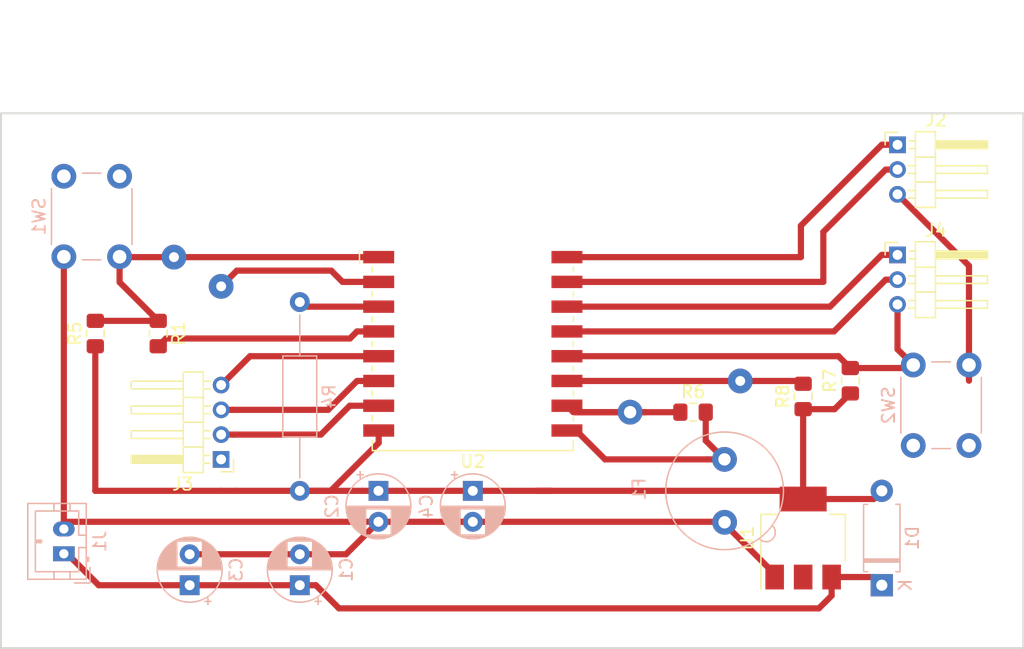
<source format=kicad_pcb>
(kicad_pcb (version 20171130) (host pcbnew "(5.0.0)")

  (general
    (thickness 1.6)
    (drawings 4)
    (tracks 107)
    (zones 0)
    (modules 20)
    (nets 21)
  )

  (page A4)
  (title_block
    (title "Удаленный счетчик импульсов")
    (rev 1)
  )

  (layers
    (0 F.Cu signal)
    (31 B.Cu signal)
    (32 B.Adhes user)
    (33 F.Adhes user)
    (34 B.Paste user)
    (35 F.Paste user)
    (36 B.SilkS user)
    (37 F.SilkS user)
    (38 B.Mask user)
    (39 F.Mask user)
    (40 Dwgs.User user)
    (41 Cmts.User user)
    (42 Eco1.User user)
    (43 Eco2.User user)
    (44 Edge.Cuts user)
    (45 Margin user)
    (46 B.CrtYd user)
    (47 F.CrtYd user)
    (48 B.Fab user)
    (49 F.Fab user)
  )

  (setup
    (last_trace_width 0.5)
    (trace_clearance 0.5)
    (zone_clearance 0.508)
    (zone_45_only no)
    (trace_min 0.2)
    (segment_width 0.2)
    (edge_width 0.15)
    (via_size 1)
    (via_drill 0.4)
    (via_min_size 0.4)
    (via_min_drill 0.3)
    (uvia_size 0.3)
    (uvia_drill 0.1)
    (uvias_allowed no)
    (uvia_min_size 0.2)
    (uvia_min_drill 0.1)
    (pcb_text_width 0.3)
    (pcb_text_size 1.5 1.5)
    (mod_edge_width 0.15)
    (mod_text_size 1 1)
    (mod_text_width 0.15)
    (pad_size 1.524 1.524)
    (pad_drill 0.762)
    (pad_to_mask_clearance 0.2)
    (aux_axis_origin 0 0)
    (visible_elements FFFFFF7F)
    (pcbplotparams
      (layerselection 0x010fc_ffffffff)
      (usegerberextensions false)
      (usegerberattributes false)
      (usegerberadvancedattributes false)
      (creategerberjobfile false)
      (excludeedgelayer true)
      (linewidth 0.500000)
      (plotframeref false)
      (viasonmask false)
      (mode 1)
      (useauxorigin false)
      (hpglpennumber 1)
      (hpglpenspeed 20)
      (hpglpendiameter 15.000000)
      (psnegative false)
      (psa4output false)
      (plotreference true)
      (plotvalue true)
      (plotinvisibletext false)
      (padsonsilk false)
      (subtractmaskfromsilk false)
      (outputformat 1)
      (mirror false)
      (drillshape 1)
      (scaleselection 1)
      (outputdirectory ""))
  )

  (net 0 "")
  (net 1 "Net-(C1-Pad2)")
  (net 2 "Net-(C1-Pad1)")
  (net 3 "Net-(C2-Pad1)")
  (net 4 /TXtoRX)
  (net 5 /RXtoTX)
  (net 6 "Net-(J2-Pad3)")
  (net 7 /HSPI_MISO)
  (net 8 /HSPI_MOSI)
  (net 9 /HSPI_CLK)
  (net 10 /HSPICS)
  (net 11 /GPIO5)
  (net 12 /GPIO4)
  (net 13 /GPIO2)
  (net 14 "Net-(R1-Pad1)")
  (net 15 /deepsleep)
  (net 16 "Net-(R4-Pad2)")
  (net 17 "Net-(U2-Pad2)")
  (net 18 "Net-(J3-Pad1)")
  (net 19 /GIPO0)
  (net 20 "Net-(F1-Pad1)")

  (net_class Default "Это класс цепей по умолчанию."
    (clearance 0.5)
    (trace_width 0.5)
    (via_dia 1)
    (via_drill 0.4)
    (uvia_dia 0.3)
    (uvia_drill 0.1)
    (diff_pair_gap 0.5)
    (diff_pair_width 0.5)
    (add_net /GIPO0)
    (add_net /GPIO2)
    (add_net /GPIO4)
    (add_net /GPIO5)
    (add_net /HSPICS)
    (add_net /HSPI_CLK)
    (add_net /HSPI_MISO)
    (add_net /HSPI_MOSI)
    (add_net /RXtoTX)
    (add_net /TXtoRX)
    (add_net /deepsleep)
    (add_net "Net-(C1-Pad1)")
    (add_net "Net-(C1-Pad2)")
    (add_net "Net-(C2-Pad1)")
    (add_net "Net-(F1-Pad1)")
    (add_net "Net-(J2-Pad3)")
    (add_net "Net-(J3-Pad1)")
    (add_net "Net-(R1-Pad1)")
    (add_net "Net-(R4-Pad2)")
    (add_net "Net-(U2-Pad2)")
  )

  (module Fuse:Fuseholder_TR5_Littlefuse_No560_No460 (layer B.Cu) (tedit 5A1C8972) (tstamp 5BB45A14)
    (at 72.39 40.64 270)
    (descr "Fuse, Fuseholder, TR5, Littlefuse/Wickmann, No. 460, No560,")
    (tags "Fuse Fuseholder TR5 Littlefuse/Wickmann No. 460 No560 ")
    (path /5B9E08D4)
    (fp_text reference F1 (at 2.39 6.89 270) (layer B.SilkS)
      (effects (font (size 1 1) (thickness 0.15)) (justify mirror))
    )
    (fp_text value Fuse (at 2.39 -7.43 270) (layer B.Fab)
      (effects (font (size 1 1) (thickness 0.15)) (justify mirror))
    )
    (fp_circle (center 2.54 -0.01) (end 7.29 -0.01) (layer B.SilkS) (width 0.12))
    (fp_circle (center 2.55 0) (end 7.25 0) (layer B.Fab) (width 0.1))
    (fp_line (start 7.54 -5.01) (end -2.46 -5.01) (layer B.CrtYd) (width 0.05))
    (fp_line (start 7.54 -5.01) (end 7.54 4.99) (layer B.CrtYd) (width 0.05))
    (fp_line (start -2.46 4.99) (end -2.46 -5.01) (layer B.CrtYd) (width 0.05))
    (fp_line (start -2.46 4.99) (end 7.54 4.99) (layer B.CrtYd) (width 0.05))
    (fp_line (start 5.49 -3.99) (end 5.36 -3.84) (layer B.SilkS) (width 0.12))
    (fp_line (start 5.67 -4.07) (end 5.49 -3.99) (layer B.SilkS) (width 0.12))
    (fp_line (start 5.96 -4.11) (end 5.67 -4.07) (layer B.SilkS) (width 0.12))
    (fp_line (start 6.25 -4.03) (end 5.96 -4.11) (layer B.SilkS) (width 0.12))
    (fp_line (start 6.47 -3.86) (end 6.25 -4.03) (layer B.SilkS) (width 0.12))
    (fp_line (start 6.62 -3.6) (end 6.47 -3.86) (layer B.SilkS) (width 0.12))
    (fp_line (start 6.65 -3.34) (end 6.62 -3.6) (layer B.SilkS) (width 0.12))
    (fp_line (start 6.6 -3.09) (end 6.65 -3.34) (layer B.SilkS) (width 0.12))
    (fp_line (start 6.51 -2.93) (end 6.6 -3.09) (layer B.SilkS) (width 0.12))
    (fp_line (start 6.39 -2.79) (end 6.51 -2.93) (layer B.SilkS) (width 0.12))
    (fp_line (start 6.34 -2.74) (end 6.46 -2.88) (layer B.Fab) (width 0.1))
    (fp_line (start 6.46 -2.88) (end 6.55 -3.04) (layer B.Fab) (width 0.1))
    (fp_line (start 6.55 -3.04) (end 6.6 -3.29) (layer B.Fab) (width 0.1))
    (fp_line (start 6.6 -3.29) (end 6.57 -3.55) (layer B.Fab) (width 0.1))
    (fp_line (start 6.57 -3.55) (end 6.42 -3.81) (layer B.Fab) (width 0.1))
    (fp_line (start 6.42 -3.81) (end 6.2 -3.98) (layer B.Fab) (width 0.1))
    (fp_line (start 6.2 -3.98) (end 5.91 -4.06) (layer B.Fab) (width 0.1))
    (fp_line (start 5.91 -4.06) (end 5.62 -4.02) (layer B.Fab) (width 0.1))
    (fp_line (start 5.62 -4.02) (end 5.44 -3.94) (layer B.Fab) (width 0.1))
    (fp_line (start 5.44 -3.94) (end 5.31 -3.79) (layer B.Fab) (width 0.1))
    (fp_text user %R (at 2.75 2.75 270) (layer B.Fab)
      (effects (font (size 1 1) (thickness 0.15)) (justify mirror))
    )
    (pad 2 thru_hole circle (at 5.08 -0.01 270) (size 2 2) (drill 1) (layers *.Cu *.Mask)
      (net 1 "Net-(C1-Pad2)"))
    (pad 1 thru_hole circle (at 0 0 270) (size 2 2) (drill 1) (layers *.Cu *.Mask)
      (net 20 "Net-(F1-Pad1)"))
    (model ${KISYS3DMOD}/Fuse.3dshapes/Fuseholder_TR5_Littlefuse_No560_No460.wrl
      (at (xyz 0 0 0))
      (scale (xyz 1 1 1))
      (rotate (xyz 0 0 0))
    )
  )

  (module Capacitor_THT:CP_Radial_D5.0mm_P2.50mm (layer B.Cu) (tedit 5AE50EF0) (tstamp 5BA7EB98)
    (at 52.07 43.18 270)
    (descr "CP, Radial series, Radial, pin pitch=2.50mm, , diameter=5mm, Electrolytic Capacitor")
    (tags "CP Radial series Radial pin pitch 2.50mm  diameter 5mm Electrolytic Capacitor")
    (path /5B9D90B0)
    (fp_text reference C4 (at 1.25 3.75 270) (layer B.SilkS)
      (effects (font (size 1 1) (thickness 0.15)) (justify mirror))
    )
    (fp_text value 0.1uF (at 1.25 -3.75 270) (layer B.Fab)
      (effects (font (size 1 1) (thickness 0.15)) (justify mirror))
    )
    (fp_circle (center 1.25 0) (end 3.75 0) (layer B.Fab) (width 0.1))
    (fp_circle (center 1.25 0) (end 3.87 0) (layer B.SilkS) (width 0.12))
    (fp_circle (center 1.25 0) (end 4 0) (layer B.CrtYd) (width 0.05))
    (fp_line (start -0.883605 1.0875) (end -0.383605 1.0875) (layer B.Fab) (width 0.1))
    (fp_line (start -0.633605 1.3375) (end -0.633605 0.8375) (layer B.Fab) (width 0.1))
    (fp_line (start 1.25 2.58) (end 1.25 -2.58) (layer B.SilkS) (width 0.12))
    (fp_line (start 1.29 2.58) (end 1.29 -2.58) (layer B.SilkS) (width 0.12))
    (fp_line (start 1.33 2.579) (end 1.33 -2.579) (layer B.SilkS) (width 0.12))
    (fp_line (start 1.37 2.578) (end 1.37 -2.578) (layer B.SilkS) (width 0.12))
    (fp_line (start 1.41 2.576) (end 1.41 -2.576) (layer B.SilkS) (width 0.12))
    (fp_line (start 1.45 2.573) (end 1.45 -2.573) (layer B.SilkS) (width 0.12))
    (fp_line (start 1.49 2.569) (end 1.49 1.04) (layer B.SilkS) (width 0.12))
    (fp_line (start 1.49 -1.04) (end 1.49 -2.569) (layer B.SilkS) (width 0.12))
    (fp_line (start 1.53 2.565) (end 1.53 1.04) (layer B.SilkS) (width 0.12))
    (fp_line (start 1.53 -1.04) (end 1.53 -2.565) (layer B.SilkS) (width 0.12))
    (fp_line (start 1.57 2.561) (end 1.57 1.04) (layer B.SilkS) (width 0.12))
    (fp_line (start 1.57 -1.04) (end 1.57 -2.561) (layer B.SilkS) (width 0.12))
    (fp_line (start 1.61 2.556) (end 1.61 1.04) (layer B.SilkS) (width 0.12))
    (fp_line (start 1.61 -1.04) (end 1.61 -2.556) (layer B.SilkS) (width 0.12))
    (fp_line (start 1.65 2.55) (end 1.65 1.04) (layer B.SilkS) (width 0.12))
    (fp_line (start 1.65 -1.04) (end 1.65 -2.55) (layer B.SilkS) (width 0.12))
    (fp_line (start 1.69 2.543) (end 1.69 1.04) (layer B.SilkS) (width 0.12))
    (fp_line (start 1.69 -1.04) (end 1.69 -2.543) (layer B.SilkS) (width 0.12))
    (fp_line (start 1.73 2.536) (end 1.73 1.04) (layer B.SilkS) (width 0.12))
    (fp_line (start 1.73 -1.04) (end 1.73 -2.536) (layer B.SilkS) (width 0.12))
    (fp_line (start 1.77 2.528) (end 1.77 1.04) (layer B.SilkS) (width 0.12))
    (fp_line (start 1.77 -1.04) (end 1.77 -2.528) (layer B.SilkS) (width 0.12))
    (fp_line (start 1.81 2.52) (end 1.81 1.04) (layer B.SilkS) (width 0.12))
    (fp_line (start 1.81 -1.04) (end 1.81 -2.52) (layer B.SilkS) (width 0.12))
    (fp_line (start 1.85 2.511) (end 1.85 1.04) (layer B.SilkS) (width 0.12))
    (fp_line (start 1.85 -1.04) (end 1.85 -2.511) (layer B.SilkS) (width 0.12))
    (fp_line (start 1.89 2.501) (end 1.89 1.04) (layer B.SilkS) (width 0.12))
    (fp_line (start 1.89 -1.04) (end 1.89 -2.501) (layer B.SilkS) (width 0.12))
    (fp_line (start 1.93 2.491) (end 1.93 1.04) (layer B.SilkS) (width 0.12))
    (fp_line (start 1.93 -1.04) (end 1.93 -2.491) (layer B.SilkS) (width 0.12))
    (fp_line (start 1.971 2.48) (end 1.971 1.04) (layer B.SilkS) (width 0.12))
    (fp_line (start 1.971 -1.04) (end 1.971 -2.48) (layer B.SilkS) (width 0.12))
    (fp_line (start 2.011 2.468) (end 2.011 1.04) (layer B.SilkS) (width 0.12))
    (fp_line (start 2.011 -1.04) (end 2.011 -2.468) (layer B.SilkS) (width 0.12))
    (fp_line (start 2.051 2.455) (end 2.051 1.04) (layer B.SilkS) (width 0.12))
    (fp_line (start 2.051 -1.04) (end 2.051 -2.455) (layer B.SilkS) (width 0.12))
    (fp_line (start 2.091 2.442) (end 2.091 1.04) (layer B.SilkS) (width 0.12))
    (fp_line (start 2.091 -1.04) (end 2.091 -2.442) (layer B.SilkS) (width 0.12))
    (fp_line (start 2.131 2.428) (end 2.131 1.04) (layer B.SilkS) (width 0.12))
    (fp_line (start 2.131 -1.04) (end 2.131 -2.428) (layer B.SilkS) (width 0.12))
    (fp_line (start 2.171 2.414) (end 2.171 1.04) (layer B.SilkS) (width 0.12))
    (fp_line (start 2.171 -1.04) (end 2.171 -2.414) (layer B.SilkS) (width 0.12))
    (fp_line (start 2.211 2.398) (end 2.211 1.04) (layer B.SilkS) (width 0.12))
    (fp_line (start 2.211 -1.04) (end 2.211 -2.398) (layer B.SilkS) (width 0.12))
    (fp_line (start 2.251 2.382) (end 2.251 1.04) (layer B.SilkS) (width 0.12))
    (fp_line (start 2.251 -1.04) (end 2.251 -2.382) (layer B.SilkS) (width 0.12))
    (fp_line (start 2.291 2.365) (end 2.291 1.04) (layer B.SilkS) (width 0.12))
    (fp_line (start 2.291 -1.04) (end 2.291 -2.365) (layer B.SilkS) (width 0.12))
    (fp_line (start 2.331 2.348) (end 2.331 1.04) (layer B.SilkS) (width 0.12))
    (fp_line (start 2.331 -1.04) (end 2.331 -2.348) (layer B.SilkS) (width 0.12))
    (fp_line (start 2.371 2.329) (end 2.371 1.04) (layer B.SilkS) (width 0.12))
    (fp_line (start 2.371 -1.04) (end 2.371 -2.329) (layer B.SilkS) (width 0.12))
    (fp_line (start 2.411 2.31) (end 2.411 1.04) (layer B.SilkS) (width 0.12))
    (fp_line (start 2.411 -1.04) (end 2.411 -2.31) (layer B.SilkS) (width 0.12))
    (fp_line (start 2.451 2.29) (end 2.451 1.04) (layer B.SilkS) (width 0.12))
    (fp_line (start 2.451 -1.04) (end 2.451 -2.29) (layer B.SilkS) (width 0.12))
    (fp_line (start 2.491 2.268) (end 2.491 1.04) (layer B.SilkS) (width 0.12))
    (fp_line (start 2.491 -1.04) (end 2.491 -2.268) (layer B.SilkS) (width 0.12))
    (fp_line (start 2.531 2.247) (end 2.531 1.04) (layer B.SilkS) (width 0.12))
    (fp_line (start 2.531 -1.04) (end 2.531 -2.247) (layer B.SilkS) (width 0.12))
    (fp_line (start 2.571 2.224) (end 2.571 1.04) (layer B.SilkS) (width 0.12))
    (fp_line (start 2.571 -1.04) (end 2.571 -2.224) (layer B.SilkS) (width 0.12))
    (fp_line (start 2.611 2.2) (end 2.611 1.04) (layer B.SilkS) (width 0.12))
    (fp_line (start 2.611 -1.04) (end 2.611 -2.2) (layer B.SilkS) (width 0.12))
    (fp_line (start 2.651 2.175) (end 2.651 1.04) (layer B.SilkS) (width 0.12))
    (fp_line (start 2.651 -1.04) (end 2.651 -2.175) (layer B.SilkS) (width 0.12))
    (fp_line (start 2.691 2.149) (end 2.691 1.04) (layer B.SilkS) (width 0.12))
    (fp_line (start 2.691 -1.04) (end 2.691 -2.149) (layer B.SilkS) (width 0.12))
    (fp_line (start 2.731 2.122) (end 2.731 1.04) (layer B.SilkS) (width 0.12))
    (fp_line (start 2.731 -1.04) (end 2.731 -2.122) (layer B.SilkS) (width 0.12))
    (fp_line (start 2.771 2.095) (end 2.771 1.04) (layer B.SilkS) (width 0.12))
    (fp_line (start 2.771 -1.04) (end 2.771 -2.095) (layer B.SilkS) (width 0.12))
    (fp_line (start 2.811 2.065) (end 2.811 1.04) (layer B.SilkS) (width 0.12))
    (fp_line (start 2.811 -1.04) (end 2.811 -2.065) (layer B.SilkS) (width 0.12))
    (fp_line (start 2.851 2.035) (end 2.851 1.04) (layer B.SilkS) (width 0.12))
    (fp_line (start 2.851 -1.04) (end 2.851 -2.035) (layer B.SilkS) (width 0.12))
    (fp_line (start 2.891 2.004) (end 2.891 1.04) (layer B.SilkS) (width 0.12))
    (fp_line (start 2.891 -1.04) (end 2.891 -2.004) (layer B.SilkS) (width 0.12))
    (fp_line (start 2.931 1.971) (end 2.931 1.04) (layer B.SilkS) (width 0.12))
    (fp_line (start 2.931 -1.04) (end 2.931 -1.971) (layer B.SilkS) (width 0.12))
    (fp_line (start 2.971 1.937) (end 2.971 1.04) (layer B.SilkS) (width 0.12))
    (fp_line (start 2.971 -1.04) (end 2.971 -1.937) (layer B.SilkS) (width 0.12))
    (fp_line (start 3.011 1.901) (end 3.011 1.04) (layer B.SilkS) (width 0.12))
    (fp_line (start 3.011 -1.04) (end 3.011 -1.901) (layer B.SilkS) (width 0.12))
    (fp_line (start 3.051 1.864) (end 3.051 1.04) (layer B.SilkS) (width 0.12))
    (fp_line (start 3.051 -1.04) (end 3.051 -1.864) (layer B.SilkS) (width 0.12))
    (fp_line (start 3.091 1.826) (end 3.091 1.04) (layer B.SilkS) (width 0.12))
    (fp_line (start 3.091 -1.04) (end 3.091 -1.826) (layer B.SilkS) (width 0.12))
    (fp_line (start 3.131 1.785) (end 3.131 1.04) (layer B.SilkS) (width 0.12))
    (fp_line (start 3.131 -1.04) (end 3.131 -1.785) (layer B.SilkS) (width 0.12))
    (fp_line (start 3.171 1.743) (end 3.171 1.04) (layer B.SilkS) (width 0.12))
    (fp_line (start 3.171 -1.04) (end 3.171 -1.743) (layer B.SilkS) (width 0.12))
    (fp_line (start 3.211 1.699) (end 3.211 1.04) (layer B.SilkS) (width 0.12))
    (fp_line (start 3.211 -1.04) (end 3.211 -1.699) (layer B.SilkS) (width 0.12))
    (fp_line (start 3.251 1.653) (end 3.251 1.04) (layer B.SilkS) (width 0.12))
    (fp_line (start 3.251 -1.04) (end 3.251 -1.653) (layer B.SilkS) (width 0.12))
    (fp_line (start 3.291 1.605) (end 3.291 1.04) (layer B.SilkS) (width 0.12))
    (fp_line (start 3.291 -1.04) (end 3.291 -1.605) (layer B.SilkS) (width 0.12))
    (fp_line (start 3.331 1.554) (end 3.331 1.04) (layer B.SilkS) (width 0.12))
    (fp_line (start 3.331 -1.04) (end 3.331 -1.554) (layer B.SilkS) (width 0.12))
    (fp_line (start 3.371 1.5) (end 3.371 1.04) (layer B.SilkS) (width 0.12))
    (fp_line (start 3.371 -1.04) (end 3.371 -1.5) (layer B.SilkS) (width 0.12))
    (fp_line (start 3.411 1.443) (end 3.411 1.04) (layer B.SilkS) (width 0.12))
    (fp_line (start 3.411 -1.04) (end 3.411 -1.443) (layer B.SilkS) (width 0.12))
    (fp_line (start 3.451 1.383) (end 3.451 1.04) (layer B.SilkS) (width 0.12))
    (fp_line (start 3.451 -1.04) (end 3.451 -1.383) (layer B.SilkS) (width 0.12))
    (fp_line (start 3.491 1.319) (end 3.491 1.04) (layer B.SilkS) (width 0.12))
    (fp_line (start 3.491 -1.04) (end 3.491 -1.319) (layer B.SilkS) (width 0.12))
    (fp_line (start 3.531 1.251) (end 3.531 1.04) (layer B.SilkS) (width 0.12))
    (fp_line (start 3.531 -1.04) (end 3.531 -1.251) (layer B.SilkS) (width 0.12))
    (fp_line (start 3.571 1.178) (end 3.571 -1.178) (layer B.SilkS) (width 0.12))
    (fp_line (start 3.611 1.098) (end 3.611 -1.098) (layer B.SilkS) (width 0.12))
    (fp_line (start 3.651 1.011) (end 3.651 -1.011) (layer B.SilkS) (width 0.12))
    (fp_line (start 3.691 0.915) (end 3.691 -0.915) (layer B.SilkS) (width 0.12))
    (fp_line (start 3.731 0.805) (end 3.731 -0.805) (layer B.SilkS) (width 0.12))
    (fp_line (start 3.771 0.677) (end 3.771 -0.677) (layer B.SilkS) (width 0.12))
    (fp_line (start 3.811 0.518) (end 3.811 -0.518) (layer B.SilkS) (width 0.12))
    (fp_line (start 3.851 0.284) (end 3.851 -0.284) (layer B.SilkS) (width 0.12))
    (fp_line (start -1.554775 1.475) (end -1.054775 1.475) (layer B.SilkS) (width 0.12))
    (fp_line (start -1.304775 1.725) (end -1.304775 1.225) (layer B.SilkS) (width 0.12))
    (fp_text user %R (at 1.25 0 270) (layer B.Fab)
      (effects (font (size 1 1) (thickness 0.15)) (justify mirror))
    )
    (pad 1 thru_hole rect (at 0 0 270) (size 1.6 1.6) (drill 0.8) (layers *.Cu *.Mask)
      (net 3 "Net-(C2-Pad1)"))
    (pad 2 thru_hole circle (at 2.5 0 270) (size 1.6 1.6) (drill 0.8) (layers *.Cu *.Mask)
      (net 1 "Net-(C1-Pad2)"))
    (model ${KISYS3DMOD}/Capacitor_THT.3dshapes/CP_Radial_D5.0mm_P2.50mm.wrl
      (at (xyz 0 0 0))
      (scale (xyz 1 1 1))
      (rotate (xyz 0 0 0))
    )
  )

  (module Capacitor_THT:CP_Radial_D5.0mm_P2.50mm (layer B.Cu) (tedit 5AE50EF0) (tstamp 5BA7EA0C)
    (at 38.1 50.8 90)
    (descr "CP, Radial series, Radial, pin pitch=2.50mm, , diameter=5mm, Electrolytic Capacitor")
    (tags "CP Radial series Radial pin pitch 2.50mm  diameter 5mm Electrolytic Capacitor")
    (path /5B9B9817)
    (fp_text reference C1 (at 1.25 3.75 90) (layer B.SilkS)
      (effects (font (size 1 1) (thickness 0.15)) (justify mirror))
    )
    (fp_text value 10uF (at 1.25 -3.75) (layer B.Fab)
      (effects (font (size 1 1) (thickness 0.15)) (justify mirror))
    )
    (fp_text user %R (at 1.25 0 90) (layer B.Fab)
      (effects (font (size 1 1) (thickness 0.15)) (justify mirror))
    )
    (fp_line (start -1.304775 1.725) (end -1.304775 1.225) (layer B.SilkS) (width 0.12))
    (fp_line (start -1.554775 1.475) (end -1.054775 1.475) (layer B.SilkS) (width 0.12))
    (fp_line (start 3.851 0.284) (end 3.851 -0.284) (layer B.SilkS) (width 0.12))
    (fp_line (start 3.811 0.518) (end 3.811 -0.518) (layer B.SilkS) (width 0.12))
    (fp_line (start 3.771 0.677) (end 3.771 -0.677) (layer B.SilkS) (width 0.12))
    (fp_line (start 3.731 0.805) (end 3.731 -0.805) (layer B.SilkS) (width 0.12))
    (fp_line (start 3.691 0.915) (end 3.691 -0.915) (layer B.SilkS) (width 0.12))
    (fp_line (start 3.651 1.011) (end 3.651 -1.011) (layer B.SilkS) (width 0.12))
    (fp_line (start 3.611 1.098) (end 3.611 -1.098) (layer B.SilkS) (width 0.12))
    (fp_line (start 3.571 1.178) (end 3.571 -1.178) (layer B.SilkS) (width 0.12))
    (fp_line (start 3.531 -1.04) (end 3.531 -1.251) (layer B.SilkS) (width 0.12))
    (fp_line (start 3.531 1.251) (end 3.531 1.04) (layer B.SilkS) (width 0.12))
    (fp_line (start 3.491 -1.04) (end 3.491 -1.319) (layer B.SilkS) (width 0.12))
    (fp_line (start 3.491 1.319) (end 3.491 1.04) (layer B.SilkS) (width 0.12))
    (fp_line (start 3.451 -1.04) (end 3.451 -1.383) (layer B.SilkS) (width 0.12))
    (fp_line (start 3.451 1.383) (end 3.451 1.04) (layer B.SilkS) (width 0.12))
    (fp_line (start 3.411 -1.04) (end 3.411 -1.443) (layer B.SilkS) (width 0.12))
    (fp_line (start 3.411 1.443) (end 3.411 1.04) (layer B.SilkS) (width 0.12))
    (fp_line (start 3.371 -1.04) (end 3.371 -1.5) (layer B.SilkS) (width 0.12))
    (fp_line (start 3.371 1.5) (end 3.371 1.04) (layer B.SilkS) (width 0.12))
    (fp_line (start 3.331 -1.04) (end 3.331 -1.554) (layer B.SilkS) (width 0.12))
    (fp_line (start 3.331 1.554) (end 3.331 1.04) (layer B.SilkS) (width 0.12))
    (fp_line (start 3.291 -1.04) (end 3.291 -1.605) (layer B.SilkS) (width 0.12))
    (fp_line (start 3.291 1.605) (end 3.291 1.04) (layer B.SilkS) (width 0.12))
    (fp_line (start 3.251 -1.04) (end 3.251 -1.653) (layer B.SilkS) (width 0.12))
    (fp_line (start 3.251 1.653) (end 3.251 1.04) (layer B.SilkS) (width 0.12))
    (fp_line (start 3.211 -1.04) (end 3.211 -1.699) (layer B.SilkS) (width 0.12))
    (fp_line (start 3.211 1.699) (end 3.211 1.04) (layer B.SilkS) (width 0.12))
    (fp_line (start 3.171 -1.04) (end 3.171 -1.743) (layer B.SilkS) (width 0.12))
    (fp_line (start 3.171 1.743) (end 3.171 1.04) (layer B.SilkS) (width 0.12))
    (fp_line (start 3.131 -1.04) (end 3.131 -1.785) (layer B.SilkS) (width 0.12))
    (fp_line (start 3.131 1.785) (end 3.131 1.04) (layer B.SilkS) (width 0.12))
    (fp_line (start 3.091 -1.04) (end 3.091 -1.826) (layer B.SilkS) (width 0.12))
    (fp_line (start 3.091 1.826) (end 3.091 1.04) (layer B.SilkS) (width 0.12))
    (fp_line (start 3.051 -1.04) (end 3.051 -1.864) (layer B.SilkS) (width 0.12))
    (fp_line (start 3.051 1.864) (end 3.051 1.04) (layer B.SilkS) (width 0.12))
    (fp_line (start 3.011 -1.04) (end 3.011 -1.901) (layer B.SilkS) (width 0.12))
    (fp_line (start 3.011 1.901) (end 3.011 1.04) (layer B.SilkS) (width 0.12))
    (fp_line (start 2.971 -1.04) (end 2.971 -1.937) (layer B.SilkS) (width 0.12))
    (fp_line (start 2.971 1.937) (end 2.971 1.04) (layer B.SilkS) (width 0.12))
    (fp_line (start 2.931 -1.04) (end 2.931 -1.971) (layer B.SilkS) (width 0.12))
    (fp_line (start 2.931 1.971) (end 2.931 1.04) (layer B.SilkS) (width 0.12))
    (fp_line (start 2.891 -1.04) (end 2.891 -2.004) (layer B.SilkS) (width 0.12))
    (fp_line (start 2.891 2.004) (end 2.891 1.04) (layer B.SilkS) (width 0.12))
    (fp_line (start 2.851 -1.04) (end 2.851 -2.035) (layer B.SilkS) (width 0.12))
    (fp_line (start 2.851 2.035) (end 2.851 1.04) (layer B.SilkS) (width 0.12))
    (fp_line (start 2.811 -1.04) (end 2.811 -2.065) (layer B.SilkS) (width 0.12))
    (fp_line (start 2.811 2.065) (end 2.811 1.04) (layer B.SilkS) (width 0.12))
    (fp_line (start 2.771 -1.04) (end 2.771 -2.095) (layer B.SilkS) (width 0.12))
    (fp_line (start 2.771 2.095) (end 2.771 1.04) (layer B.SilkS) (width 0.12))
    (fp_line (start 2.731 -1.04) (end 2.731 -2.122) (layer B.SilkS) (width 0.12))
    (fp_line (start 2.731 2.122) (end 2.731 1.04) (layer B.SilkS) (width 0.12))
    (fp_line (start 2.691 -1.04) (end 2.691 -2.149) (layer B.SilkS) (width 0.12))
    (fp_line (start 2.691 2.149) (end 2.691 1.04) (layer B.SilkS) (width 0.12))
    (fp_line (start 2.651 -1.04) (end 2.651 -2.175) (layer B.SilkS) (width 0.12))
    (fp_line (start 2.651 2.175) (end 2.651 1.04) (layer B.SilkS) (width 0.12))
    (fp_line (start 2.611 -1.04) (end 2.611 -2.2) (layer B.SilkS) (width 0.12))
    (fp_line (start 2.611 2.2) (end 2.611 1.04) (layer B.SilkS) (width 0.12))
    (fp_line (start 2.571 -1.04) (end 2.571 -2.224) (layer B.SilkS) (width 0.12))
    (fp_line (start 2.571 2.224) (end 2.571 1.04) (layer B.SilkS) (width 0.12))
    (fp_line (start 2.531 -1.04) (end 2.531 -2.247) (layer B.SilkS) (width 0.12))
    (fp_line (start 2.531 2.247) (end 2.531 1.04) (layer B.SilkS) (width 0.12))
    (fp_line (start 2.491 -1.04) (end 2.491 -2.268) (layer B.SilkS) (width 0.12))
    (fp_line (start 2.491 2.268) (end 2.491 1.04) (layer B.SilkS) (width 0.12))
    (fp_line (start 2.451 -1.04) (end 2.451 -2.29) (layer B.SilkS) (width 0.12))
    (fp_line (start 2.451 2.29) (end 2.451 1.04) (layer B.SilkS) (width 0.12))
    (fp_line (start 2.411 -1.04) (end 2.411 -2.31) (layer B.SilkS) (width 0.12))
    (fp_line (start 2.411 2.31) (end 2.411 1.04) (layer B.SilkS) (width 0.12))
    (fp_line (start 2.371 -1.04) (end 2.371 -2.329) (layer B.SilkS) (width 0.12))
    (fp_line (start 2.371 2.329) (end 2.371 1.04) (layer B.SilkS) (width 0.12))
    (fp_line (start 2.331 -1.04) (end 2.331 -2.348) (layer B.SilkS) (width 0.12))
    (fp_line (start 2.331 2.348) (end 2.331 1.04) (layer B.SilkS) (width 0.12))
    (fp_line (start 2.291 -1.04) (end 2.291 -2.365) (layer B.SilkS) (width 0.12))
    (fp_line (start 2.291 2.365) (end 2.291 1.04) (layer B.SilkS) (width 0.12))
    (fp_line (start 2.251 -1.04) (end 2.251 -2.382) (layer B.SilkS) (width 0.12))
    (fp_line (start 2.251 2.382) (end 2.251 1.04) (layer B.SilkS) (width 0.12))
    (fp_line (start 2.211 -1.04) (end 2.211 -2.398) (layer B.SilkS) (width 0.12))
    (fp_line (start 2.211 2.398) (end 2.211 1.04) (layer B.SilkS) (width 0.12))
    (fp_line (start 2.171 -1.04) (end 2.171 -2.414) (layer B.SilkS) (width 0.12))
    (fp_line (start 2.171 2.414) (end 2.171 1.04) (layer B.SilkS) (width 0.12))
    (fp_line (start 2.131 -1.04) (end 2.131 -2.428) (layer B.SilkS) (width 0.12))
    (fp_line (start 2.131 2.428) (end 2.131 1.04) (layer B.SilkS) (width 0.12))
    (fp_line (start 2.091 -1.04) (end 2.091 -2.442) (layer B.SilkS) (width 0.12))
    (fp_line (start 2.091 2.442) (end 2.091 1.04) (layer B.SilkS) (width 0.12))
    (fp_line (start 2.051 -1.04) (end 2.051 -2.455) (layer B.SilkS) (width 0.12))
    (fp_line (start 2.051 2.455) (end 2.051 1.04) (layer B.SilkS) (width 0.12))
    (fp_line (start 2.011 -1.04) (end 2.011 -2.468) (layer B.SilkS) (width 0.12))
    (fp_line (start 2.011 2.468) (end 2.011 1.04) (layer B.SilkS) (width 0.12))
    (fp_line (start 1.971 -1.04) (end 1.971 -2.48) (layer B.SilkS) (width 0.12))
    (fp_line (start 1.971 2.48) (end 1.971 1.04) (layer B.SilkS) (width 0.12))
    (fp_line (start 1.93 -1.04) (end 1.93 -2.491) (layer B.SilkS) (width 0.12))
    (fp_line (start 1.93 2.491) (end 1.93 1.04) (layer B.SilkS) (width 0.12))
    (fp_line (start 1.89 -1.04) (end 1.89 -2.501) (layer B.SilkS) (width 0.12))
    (fp_line (start 1.89 2.501) (end 1.89 1.04) (layer B.SilkS) (width 0.12))
    (fp_line (start 1.85 -1.04) (end 1.85 -2.511) (layer B.SilkS) (width 0.12))
    (fp_line (start 1.85 2.511) (end 1.85 1.04) (layer B.SilkS) (width 0.12))
    (fp_line (start 1.81 -1.04) (end 1.81 -2.52) (layer B.SilkS) (width 0.12))
    (fp_line (start 1.81 2.52) (end 1.81 1.04) (layer B.SilkS) (width 0.12))
    (fp_line (start 1.77 -1.04) (end 1.77 -2.528) (layer B.SilkS) (width 0.12))
    (fp_line (start 1.77 2.528) (end 1.77 1.04) (layer B.SilkS) (width 0.12))
    (fp_line (start 1.73 -1.04) (end 1.73 -2.536) (layer B.SilkS) (width 0.12))
    (fp_line (start 1.73 2.536) (end 1.73 1.04) (layer B.SilkS) (width 0.12))
    (fp_line (start 1.69 -1.04) (end 1.69 -2.543) (layer B.SilkS) (width 0.12))
    (fp_line (start 1.69 2.543) (end 1.69 1.04) (layer B.SilkS) (width 0.12))
    (fp_line (start 1.65 -1.04) (end 1.65 -2.55) (layer B.SilkS) (width 0.12))
    (fp_line (start 1.65 2.55) (end 1.65 1.04) (layer B.SilkS) (width 0.12))
    (fp_line (start 1.61 -1.04) (end 1.61 -2.556) (layer B.SilkS) (width 0.12))
    (fp_line (start 1.61 2.556) (end 1.61 1.04) (layer B.SilkS) (width 0.12))
    (fp_line (start 1.57 -1.04) (end 1.57 -2.561) (layer B.SilkS) (width 0.12))
    (fp_line (start 1.57 2.561) (end 1.57 1.04) (layer B.SilkS) (width 0.12))
    (fp_line (start 1.53 -1.04) (end 1.53 -2.565) (layer B.SilkS) (width 0.12))
    (fp_line (start 1.53 2.565) (end 1.53 1.04) (layer B.SilkS) (width 0.12))
    (fp_line (start 1.49 -1.04) (end 1.49 -2.569) (layer B.SilkS) (width 0.12))
    (fp_line (start 1.49 2.569) (end 1.49 1.04) (layer B.SilkS) (width 0.12))
    (fp_line (start 1.45 2.573) (end 1.45 -2.573) (layer B.SilkS) (width 0.12))
    (fp_line (start 1.41 2.576) (end 1.41 -2.576) (layer B.SilkS) (width 0.12))
    (fp_line (start 1.37 2.578) (end 1.37 -2.578) (layer B.SilkS) (width 0.12))
    (fp_line (start 1.33 2.579) (end 1.33 -2.579) (layer B.SilkS) (width 0.12))
    (fp_line (start 1.29 2.58) (end 1.29 -2.58) (layer B.SilkS) (width 0.12))
    (fp_line (start 1.25 2.58) (end 1.25 -2.58) (layer B.SilkS) (width 0.12))
    (fp_line (start -0.633605 1.3375) (end -0.633605 0.8375) (layer B.Fab) (width 0.1))
    (fp_line (start -0.883605 1.0875) (end -0.383605 1.0875) (layer B.Fab) (width 0.1))
    (fp_circle (center 1.25 0) (end 4 0) (layer B.CrtYd) (width 0.05))
    (fp_circle (center 1.25 0) (end 3.87 0) (layer B.SilkS) (width 0.12))
    (fp_circle (center 1.25 0) (end 3.75 0) (layer B.Fab) (width 0.1))
    (pad 2 thru_hole circle (at 2.5 0 90) (size 1.6 1.6) (drill 0.8) (layers *.Cu *.Mask)
      (net 1 "Net-(C1-Pad2)"))
    (pad 1 thru_hole rect (at 0 0 90) (size 1.6 1.6) (drill 0.8) (layers *.Cu *.Mask)
      (net 2 "Net-(C1-Pad1)"))
    (model ${KISYS3DMOD}/Capacitor_THT.3dshapes/CP_Radial_D5.0mm_P2.50mm.wrl
      (at (xyz 0 0 0))
      (scale (xyz 1 1 1))
      (rotate (xyz 0 0 0))
    )
  )

  (module Capacitor_THT:CP_Radial_D5.0mm_P2.50mm (layer B.Cu) (tedit 5AE50EF0) (tstamp 5BA7EA90)
    (at 44.45 43.18 270)
    (descr "CP, Radial series, Radial, pin pitch=2.50mm, , diameter=5mm, Electrolytic Capacitor")
    (tags "CP Radial series Radial pin pitch 2.50mm  diameter 5mm Electrolytic Capacitor")
    (path /5B9BAE80)
    (fp_text reference C2 (at 1.25 3.75 270) (layer B.SilkS)
      (effects (font (size 1 1) (thickness 0.15)) (justify mirror))
    )
    (fp_text value 10uF (at 1.25 -3.75 270) (layer B.Fab)
      (effects (font (size 1 1) (thickness 0.15)) (justify mirror))
    )
    (fp_circle (center 1.25 0) (end 3.75 0) (layer B.Fab) (width 0.1))
    (fp_circle (center 1.25 0) (end 3.87 0) (layer B.SilkS) (width 0.12))
    (fp_circle (center 1.25 0) (end 4 0) (layer B.CrtYd) (width 0.05))
    (fp_line (start -0.883605 1.0875) (end -0.383605 1.0875) (layer B.Fab) (width 0.1))
    (fp_line (start -0.633605 1.3375) (end -0.633605 0.8375) (layer B.Fab) (width 0.1))
    (fp_line (start 1.25 2.58) (end 1.25 -2.58) (layer B.SilkS) (width 0.12))
    (fp_line (start 1.29 2.58) (end 1.29 -2.58) (layer B.SilkS) (width 0.12))
    (fp_line (start 1.33 2.579) (end 1.33 -2.579) (layer B.SilkS) (width 0.12))
    (fp_line (start 1.37 2.578) (end 1.37 -2.578) (layer B.SilkS) (width 0.12))
    (fp_line (start 1.41 2.576) (end 1.41 -2.576) (layer B.SilkS) (width 0.12))
    (fp_line (start 1.45 2.573) (end 1.45 -2.573) (layer B.SilkS) (width 0.12))
    (fp_line (start 1.49 2.569) (end 1.49 1.04) (layer B.SilkS) (width 0.12))
    (fp_line (start 1.49 -1.04) (end 1.49 -2.569) (layer B.SilkS) (width 0.12))
    (fp_line (start 1.53 2.565) (end 1.53 1.04) (layer B.SilkS) (width 0.12))
    (fp_line (start 1.53 -1.04) (end 1.53 -2.565) (layer B.SilkS) (width 0.12))
    (fp_line (start 1.57 2.561) (end 1.57 1.04) (layer B.SilkS) (width 0.12))
    (fp_line (start 1.57 -1.04) (end 1.57 -2.561) (layer B.SilkS) (width 0.12))
    (fp_line (start 1.61 2.556) (end 1.61 1.04) (layer B.SilkS) (width 0.12))
    (fp_line (start 1.61 -1.04) (end 1.61 -2.556) (layer B.SilkS) (width 0.12))
    (fp_line (start 1.65 2.55) (end 1.65 1.04) (layer B.SilkS) (width 0.12))
    (fp_line (start 1.65 -1.04) (end 1.65 -2.55) (layer B.SilkS) (width 0.12))
    (fp_line (start 1.69 2.543) (end 1.69 1.04) (layer B.SilkS) (width 0.12))
    (fp_line (start 1.69 -1.04) (end 1.69 -2.543) (layer B.SilkS) (width 0.12))
    (fp_line (start 1.73 2.536) (end 1.73 1.04) (layer B.SilkS) (width 0.12))
    (fp_line (start 1.73 -1.04) (end 1.73 -2.536) (layer B.SilkS) (width 0.12))
    (fp_line (start 1.77 2.528) (end 1.77 1.04) (layer B.SilkS) (width 0.12))
    (fp_line (start 1.77 -1.04) (end 1.77 -2.528) (layer B.SilkS) (width 0.12))
    (fp_line (start 1.81 2.52) (end 1.81 1.04) (layer B.SilkS) (width 0.12))
    (fp_line (start 1.81 -1.04) (end 1.81 -2.52) (layer B.SilkS) (width 0.12))
    (fp_line (start 1.85 2.511) (end 1.85 1.04) (layer B.SilkS) (width 0.12))
    (fp_line (start 1.85 -1.04) (end 1.85 -2.511) (layer B.SilkS) (width 0.12))
    (fp_line (start 1.89 2.501) (end 1.89 1.04) (layer B.SilkS) (width 0.12))
    (fp_line (start 1.89 -1.04) (end 1.89 -2.501) (layer B.SilkS) (width 0.12))
    (fp_line (start 1.93 2.491) (end 1.93 1.04) (layer B.SilkS) (width 0.12))
    (fp_line (start 1.93 -1.04) (end 1.93 -2.491) (layer B.SilkS) (width 0.12))
    (fp_line (start 1.971 2.48) (end 1.971 1.04) (layer B.SilkS) (width 0.12))
    (fp_line (start 1.971 -1.04) (end 1.971 -2.48) (layer B.SilkS) (width 0.12))
    (fp_line (start 2.011 2.468) (end 2.011 1.04) (layer B.SilkS) (width 0.12))
    (fp_line (start 2.011 -1.04) (end 2.011 -2.468) (layer B.SilkS) (width 0.12))
    (fp_line (start 2.051 2.455) (end 2.051 1.04) (layer B.SilkS) (width 0.12))
    (fp_line (start 2.051 -1.04) (end 2.051 -2.455) (layer B.SilkS) (width 0.12))
    (fp_line (start 2.091 2.442) (end 2.091 1.04) (layer B.SilkS) (width 0.12))
    (fp_line (start 2.091 -1.04) (end 2.091 -2.442) (layer B.SilkS) (width 0.12))
    (fp_line (start 2.131 2.428) (end 2.131 1.04) (layer B.SilkS) (width 0.12))
    (fp_line (start 2.131 -1.04) (end 2.131 -2.428) (layer B.SilkS) (width 0.12))
    (fp_line (start 2.171 2.414) (end 2.171 1.04) (layer B.SilkS) (width 0.12))
    (fp_line (start 2.171 -1.04) (end 2.171 -2.414) (layer B.SilkS) (width 0.12))
    (fp_line (start 2.211 2.398) (end 2.211 1.04) (layer B.SilkS) (width 0.12))
    (fp_line (start 2.211 -1.04) (end 2.211 -2.398) (layer B.SilkS) (width 0.12))
    (fp_line (start 2.251 2.382) (end 2.251 1.04) (layer B.SilkS) (width 0.12))
    (fp_line (start 2.251 -1.04) (end 2.251 -2.382) (layer B.SilkS) (width 0.12))
    (fp_line (start 2.291 2.365) (end 2.291 1.04) (layer B.SilkS) (width 0.12))
    (fp_line (start 2.291 -1.04) (end 2.291 -2.365) (layer B.SilkS) (width 0.12))
    (fp_line (start 2.331 2.348) (end 2.331 1.04) (layer B.SilkS) (width 0.12))
    (fp_line (start 2.331 -1.04) (end 2.331 -2.348) (layer B.SilkS) (width 0.12))
    (fp_line (start 2.371 2.329) (end 2.371 1.04) (layer B.SilkS) (width 0.12))
    (fp_line (start 2.371 -1.04) (end 2.371 -2.329) (layer B.SilkS) (width 0.12))
    (fp_line (start 2.411 2.31) (end 2.411 1.04) (layer B.SilkS) (width 0.12))
    (fp_line (start 2.411 -1.04) (end 2.411 -2.31) (layer B.SilkS) (width 0.12))
    (fp_line (start 2.451 2.29) (end 2.451 1.04) (layer B.SilkS) (width 0.12))
    (fp_line (start 2.451 -1.04) (end 2.451 -2.29) (layer B.SilkS) (width 0.12))
    (fp_line (start 2.491 2.268) (end 2.491 1.04) (layer B.SilkS) (width 0.12))
    (fp_line (start 2.491 -1.04) (end 2.491 -2.268) (layer B.SilkS) (width 0.12))
    (fp_line (start 2.531 2.247) (end 2.531 1.04) (layer B.SilkS) (width 0.12))
    (fp_line (start 2.531 -1.04) (end 2.531 -2.247) (layer B.SilkS) (width 0.12))
    (fp_line (start 2.571 2.224) (end 2.571 1.04) (layer B.SilkS) (width 0.12))
    (fp_line (start 2.571 -1.04) (end 2.571 -2.224) (layer B.SilkS) (width 0.12))
    (fp_line (start 2.611 2.2) (end 2.611 1.04) (layer B.SilkS) (width 0.12))
    (fp_line (start 2.611 -1.04) (end 2.611 -2.2) (layer B.SilkS) (width 0.12))
    (fp_line (start 2.651 2.175) (end 2.651 1.04) (layer B.SilkS) (width 0.12))
    (fp_line (start 2.651 -1.04) (end 2.651 -2.175) (layer B.SilkS) (width 0.12))
    (fp_line (start 2.691 2.149) (end 2.691 1.04) (layer B.SilkS) (width 0.12))
    (fp_line (start 2.691 -1.04) (end 2.691 -2.149) (layer B.SilkS) (width 0.12))
    (fp_line (start 2.731 2.122) (end 2.731 1.04) (layer B.SilkS) (width 0.12))
    (fp_line (start 2.731 -1.04) (end 2.731 -2.122) (layer B.SilkS) (width 0.12))
    (fp_line (start 2.771 2.095) (end 2.771 1.04) (layer B.SilkS) (width 0.12))
    (fp_line (start 2.771 -1.04) (end 2.771 -2.095) (layer B.SilkS) (width 0.12))
    (fp_line (start 2.811 2.065) (end 2.811 1.04) (layer B.SilkS) (width 0.12))
    (fp_line (start 2.811 -1.04) (end 2.811 -2.065) (layer B.SilkS) (width 0.12))
    (fp_line (start 2.851 2.035) (end 2.851 1.04) (layer B.SilkS) (width 0.12))
    (fp_line (start 2.851 -1.04) (end 2.851 -2.035) (layer B.SilkS) (width 0.12))
    (fp_line (start 2.891 2.004) (end 2.891 1.04) (layer B.SilkS) (width 0.12))
    (fp_line (start 2.891 -1.04) (end 2.891 -2.004) (layer B.SilkS) (width 0.12))
    (fp_line (start 2.931 1.971) (end 2.931 1.04) (layer B.SilkS) (width 0.12))
    (fp_line (start 2.931 -1.04) (end 2.931 -1.971) (layer B.SilkS) (width 0.12))
    (fp_line (start 2.971 1.937) (end 2.971 1.04) (layer B.SilkS) (width 0.12))
    (fp_line (start 2.971 -1.04) (end 2.971 -1.937) (layer B.SilkS) (width 0.12))
    (fp_line (start 3.011 1.901) (end 3.011 1.04) (layer B.SilkS) (width 0.12))
    (fp_line (start 3.011 -1.04) (end 3.011 -1.901) (layer B.SilkS) (width 0.12))
    (fp_line (start 3.051 1.864) (end 3.051 1.04) (layer B.SilkS) (width 0.12))
    (fp_line (start 3.051 -1.04) (end 3.051 -1.864) (layer B.SilkS) (width 0.12))
    (fp_line (start 3.091 1.826) (end 3.091 1.04) (layer B.SilkS) (width 0.12))
    (fp_line (start 3.091 -1.04) (end 3.091 -1.826) (layer B.SilkS) (width 0.12))
    (fp_line (start 3.131 1.785) (end 3.131 1.04) (layer B.SilkS) (width 0.12))
    (fp_line (start 3.131 -1.04) (end 3.131 -1.785) (layer B.SilkS) (width 0.12))
    (fp_line (start 3.171 1.743) (end 3.171 1.04) (layer B.SilkS) (width 0.12))
    (fp_line (start 3.171 -1.04) (end 3.171 -1.743) (layer B.SilkS) (width 0.12))
    (fp_line (start 3.211 1.699) (end 3.211 1.04) (layer B.SilkS) (width 0.12))
    (fp_line (start 3.211 -1.04) (end 3.211 -1.699) (layer B.SilkS) (width 0.12))
    (fp_line (start 3.251 1.653) (end 3.251 1.04) (layer B.SilkS) (width 0.12))
    (fp_line (start 3.251 -1.04) (end 3.251 -1.653) (layer B.SilkS) (width 0.12))
    (fp_line (start 3.291 1.605) (end 3.291 1.04) (layer B.SilkS) (width 0.12))
    (fp_line (start 3.291 -1.04) (end 3.291 -1.605) (layer B.SilkS) (width 0.12))
    (fp_line (start 3.331 1.554) (end 3.331 1.04) (layer B.SilkS) (width 0.12))
    (fp_line (start 3.331 -1.04) (end 3.331 -1.554) (layer B.SilkS) (width 0.12))
    (fp_line (start 3.371 1.5) (end 3.371 1.04) (layer B.SilkS) (width 0.12))
    (fp_line (start 3.371 -1.04) (end 3.371 -1.5) (layer B.SilkS) (width 0.12))
    (fp_line (start 3.411 1.443) (end 3.411 1.04) (layer B.SilkS) (width 0.12))
    (fp_line (start 3.411 -1.04) (end 3.411 -1.443) (layer B.SilkS) (width 0.12))
    (fp_line (start 3.451 1.383) (end 3.451 1.04) (layer B.SilkS) (width 0.12))
    (fp_line (start 3.451 -1.04) (end 3.451 -1.383) (layer B.SilkS) (width 0.12))
    (fp_line (start 3.491 1.319) (end 3.491 1.04) (layer B.SilkS) (width 0.12))
    (fp_line (start 3.491 -1.04) (end 3.491 -1.319) (layer B.SilkS) (width 0.12))
    (fp_line (start 3.531 1.251) (end 3.531 1.04) (layer B.SilkS) (width 0.12))
    (fp_line (start 3.531 -1.04) (end 3.531 -1.251) (layer B.SilkS) (width 0.12))
    (fp_line (start 3.571 1.178) (end 3.571 -1.178) (layer B.SilkS) (width 0.12))
    (fp_line (start 3.611 1.098) (end 3.611 -1.098) (layer B.SilkS) (width 0.12))
    (fp_line (start 3.651 1.011) (end 3.651 -1.011) (layer B.SilkS) (width 0.12))
    (fp_line (start 3.691 0.915) (end 3.691 -0.915) (layer B.SilkS) (width 0.12))
    (fp_line (start 3.731 0.805) (end 3.731 -0.805) (layer B.SilkS) (width 0.12))
    (fp_line (start 3.771 0.677) (end 3.771 -0.677) (layer B.SilkS) (width 0.12))
    (fp_line (start 3.811 0.518) (end 3.811 -0.518) (layer B.SilkS) (width 0.12))
    (fp_line (start 3.851 0.284) (end 3.851 -0.284) (layer B.SilkS) (width 0.12))
    (fp_line (start -1.554775 1.475) (end -1.054775 1.475) (layer B.SilkS) (width 0.12))
    (fp_line (start -1.304775 1.725) (end -1.304775 1.225) (layer B.SilkS) (width 0.12))
    (fp_text user %R (at 1.25 0 270) (layer B.Fab)
      (effects (font (size 1 1) (thickness 0.15)) (justify mirror))
    )
    (pad 1 thru_hole rect (at 0 0 270) (size 1.6 1.6) (drill 0.8) (layers *.Cu *.Mask)
      (net 3 "Net-(C2-Pad1)"))
    (pad 2 thru_hole circle (at 2.5 0 270) (size 1.6 1.6) (drill 0.8) (layers *.Cu *.Mask)
      (net 1 "Net-(C1-Pad2)"))
    (model ${KISYS3DMOD}/Capacitor_THT.3dshapes/CP_Radial_D5.0mm_P2.50mm.wrl
      (at (xyz 0 0 0))
      (scale (xyz 1 1 1))
      (rotate (xyz 0 0 0))
    )
  )

  (module Capacitor_THT:CP_Radial_D5.0mm_P2.50mm (layer B.Cu) (tedit 5AE50EF0) (tstamp 5BA7EB14)
    (at 29.21 50.8 90)
    (descr "CP, Radial series, Radial, pin pitch=2.50mm, , diameter=5mm, Electrolytic Capacitor")
    (tags "CP Radial series Radial pin pitch 2.50mm  diameter 5mm Electrolytic Capacitor")
    (path /5B9D3E0B)
    (fp_text reference C3 (at 1.25 3.75 90) (layer B.SilkS)
      (effects (font (size 1 1) (thickness 0.15)) (justify mirror))
    )
    (fp_text value 0.1uF (at 1.25 -3.75 90) (layer B.Fab)
      (effects (font (size 1 1) (thickness 0.15)) (justify mirror))
    )
    (fp_text user %R (at 1.25 0 90) (layer B.Fab)
      (effects (font (size 1 1) (thickness 0.15)) (justify mirror))
    )
    (fp_line (start -1.304775 1.725) (end -1.304775 1.225) (layer B.SilkS) (width 0.12))
    (fp_line (start -1.554775 1.475) (end -1.054775 1.475) (layer B.SilkS) (width 0.12))
    (fp_line (start 3.851 0.284) (end 3.851 -0.284) (layer B.SilkS) (width 0.12))
    (fp_line (start 3.811 0.518) (end 3.811 -0.518) (layer B.SilkS) (width 0.12))
    (fp_line (start 3.771 0.677) (end 3.771 -0.677) (layer B.SilkS) (width 0.12))
    (fp_line (start 3.731 0.805) (end 3.731 -0.805) (layer B.SilkS) (width 0.12))
    (fp_line (start 3.691 0.915) (end 3.691 -0.915) (layer B.SilkS) (width 0.12))
    (fp_line (start 3.651 1.011) (end 3.651 -1.011) (layer B.SilkS) (width 0.12))
    (fp_line (start 3.611 1.098) (end 3.611 -1.098) (layer B.SilkS) (width 0.12))
    (fp_line (start 3.571 1.178) (end 3.571 -1.178) (layer B.SilkS) (width 0.12))
    (fp_line (start 3.531 -1.04) (end 3.531 -1.251) (layer B.SilkS) (width 0.12))
    (fp_line (start 3.531 1.251) (end 3.531 1.04) (layer B.SilkS) (width 0.12))
    (fp_line (start 3.491 -1.04) (end 3.491 -1.319) (layer B.SilkS) (width 0.12))
    (fp_line (start 3.491 1.319) (end 3.491 1.04) (layer B.SilkS) (width 0.12))
    (fp_line (start 3.451 -1.04) (end 3.451 -1.383) (layer B.SilkS) (width 0.12))
    (fp_line (start 3.451 1.383) (end 3.451 1.04) (layer B.SilkS) (width 0.12))
    (fp_line (start 3.411 -1.04) (end 3.411 -1.443) (layer B.SilkS) (width 0.12))
    (fp_line (start 3.411 1.443) (end 3.411 1.04) (layer B.SilkS) (width 0.12))
    (fp_line (start 3.371 -1.04) (end 3.371 -1.5) (layer B.SilkS) (width 0.12))
    (fp_line (start 3.371 1.5) (end 3.371 1.04) (layer B.SilkS) (width 0.12))
    (fp_line (start 3.331 -1.04) (end 3.331 -1.554) (layer B.SilkS) (width 0.12))
    (fp_line (start 3.331 1.554) (end 3.331 1.04) (layer B.SilkS) (width 0.12))
    (fp_line (start 3.291 -1.04) (end 3.291 -1.605) (layer B.SilkS) (width 0.12))
    (fp_line (start 3.291 1.605) (end 3.291 1.04) (layer B.SilkS) (width 0.12))
    (fp_line (start 3.251 -1.04) (end 3.251 -1.653) (layer B.SilkS) (width 0.12))
    (fp_line (start 3.251 1.653) (end 3.251 1.04) (layer B.SilkS) (width 0.12))
    (fp_line (start 3.211 -1.04) (end 3.211 -1.699) (layer B.SilkS) (width 0.12))
    (fp_line (start 3.211 1.699) (end 3.211 1.04) (layer B.SilkS) (width 0.12))
    (fp_line (start 3.171 -1.04) (end 3.171 -1.743) (layer B.SilkS) (width 0.12))
    (fp_line (start 3.171 1.743) (end 3.171 1.04) (layer B.SilkS) (width 0.12))
    (fp_line (start 3.131 -1.04) (end 3.131 -1.785) (layer B.SilkS) (width 0.12))
    (fp_line (start 3.131 1.785) (end 3.131 1.04) (layer B.SilkS) (width 0.12))
    (fp_line (start 3.091 -1.04) (end 3.091 -1.826) (layer B.SilkS) (width 0.12))
    (fp_line (start 3.091 1.826) (end 3.091 1.04) (layer B.SilkS) (width 0.12))
    (fp_line (start 3.051 -1.04) (end 3.051 -1.864) (layer B.SilkS) (width 0.12))
    (fp_line (start 3.051 1.864) (end 3.051 1.04) (layer B.SilkS) (width 0.12))
    (fp_line (start 3.011 -1.04) (end 3.011 -1.901) (layer B.SilkS) (width 0.12))
    (fp_line (start 3.011 1.901) (end 3.011 1.04) (layer B.SilkS) (width 0.12))
    (fp_line (start 2.971 -1.04) (end 2.971 -1.937) (layer B.SilkS) (width 0.12))
    (fp_line (start 2.971 1.937) (end 2.971 1.04) (layer B.SilkS) (width 0.12))
    (fp_line (start 2.931 -1.04) (end 2.931 -1.971) (layer B.SilkS) (width 0.12))
    (fp_line (start 2.931 1.971) (end 2.931 1.04) (layer B.SilkS) (width 0.12))
    (fp_line (start 2.891 -1.04) (end 2.891 -2.004) (layer B.SilkS) (width 0.12))
    (fp_line (start 2.891 2.004) (end 2.891 1.04) (layer B.SilkS) (width 0.12))
    (fp_line (start 2.851 -1.04) (end 2.851 -2.035) (layer B.SilkS) (width 0.12))
    (fp_line (start 2.851 2.035) (end 2.851 1.04) (layer B.SilkS) (width 0.12))
    (fp_line (start 2.811 -1.04) (end 2.811 -2.065) (layer B.SilkS) (width 0.12))
    (fp_line (start 2.811 2.065) (end 2.811 1.04) (layer B.SilkS) (width 0.12))
    (fp_line (start 2.771 -1.04) (end 2.771 -2.095) (layer B.SilkS) (width 0.12))
    (fp_line (start 2.771 2.095) (end 2.771 1.04) (layer B.SilkS) (width 0.12))
    (fp_line (start 2.731 -1.04) (end 2.731 -2.122) (layer B.SilkS) (width 0.12))
    (fp_line (start 2.731 2.122) (end 2.731 1.04) (layer B.SilkS) (width 0.12))
    (fp_line (start 2.691 -1.04) (end 2.691 -2.149) (layer B.SilkS) (width 0.12))
    (fp_line (start 2.691 2.149) (end 2.691 1.04) (layer B.SilkS) (width 0.12))
    (fp_line (start 2.651 -1.04) (end 2.651 -2.175) (layer B.SilkS) (width 0.12))
    (fp_line (start 2.651 2.175) (end 2.651 1.04) (layer B.SilkS) (width 0.12))
    (fp_line (start 2.611 -1.04) (end 2.611 -2.2) (layer B.SilkS) (width 0.12))
    (fp_line (start 2.611 2.2) (end 2.611 1.04) (layer B.SilkS) (width 0.12))
    (fp_line (start 2.571 -1.04) (end 2.571 -2.224) (layer B.SilkS) (width 0.12))
    (fp_line (start 2.571 2.224) (end 2.571 1.04) (layer B.SilkS) (width 0.12))
    (fp_line (start 2.531 -1.04) (end 2.531 -2.247) (layer B.SilkS) (width 0.12))
    (fp_line (start 2.531 2.247) (end 2.531 1.04) (layer B.SilkS) (width 0.12))
    (fp_line (start 2.491 -1.04) (end 2.491 -2.268) (layer B.SilkS) (width 0.12))
    (fp_line (start 2.491 2.268) (end 2.491 1.04) (layer B.SilkS) (width 0.12))
    (fp_line (start 2.451 -1.04) (end 2.451 -2.29) (layer B.SilkS) (width 0.12))
    (fp_line (start 2.451 2.29) (end 2.451 1.04) (layer B.SilkS) (width 0.12))
    (fp_line (start 2.411 -1.04) (end 2.411 -2.31) (layer B.SilkS) (width 0.12))
    (fp_line (start 2.411 2.31) (end 2.411 1.04) (layer B.SilkS) (width 0.12))
    (fp_line (start 2.371 -1.04) (end 2.371 -2.329) (layer B.SilkS) (width 0.12))
    (fp_line (start 2.371 2.329) (end 2.371 1.04) (layer B.SilkS) (width 0.12))
    (fp_line (start 2.331 -1.04) (end 2.331 -2.348) (layer B.SilkS) (width 0.12))
    (fp_line (start 2.331 2.348) (end 2.331 1.04) (layer B.SilkS) (width 0.12))
    (fp_line (start 2.291 -1.04) (end 2.291 -2.365) (layer B.SilkS) (width 0.12))
    (fp_line (start 2.291 2.365) (end 2.291 1.04) (layer B.SilkS) (width 0.12))
    (fp_line (start 2.251 -1.04) (end 2.251 -2.382) (layer B.SilkS) (width 0.12))
    (fp_line (start 2.251 2.382) (end 2.251 1.04) (layer B.SilkS) (width 0.12))
    (fp_line (start 2.211 -1.04) (end 2.211 -2.398) (layer B.SilkS) (width 0.12))
    (fp_line (start 2.211 2.398) (end 2.211 1.04) (layer B.SilkS) (width 0.12))
    (fp_line (start 2.171 -1.04) (end 2.171 -2.414) (layer B.SilkS) (width 0.12))
    (fp_line (start 2.171 2.414) (end 2.171 1.04) (layer B.SilkS) (width 0.12))
    (fp_line (start 2.131 -1.04) (end 2.131 -2.428) (layer B.SilkS) (width 0.12))
    (fp_line (start 2.131 2.428) (end 2.131 1.04) (layer B.SilkS) (width 0.12))
    (fp_line (start 2.091 -1.04) (end 2.091 -2.442) (layer B.SilkS) (width 0.12))
    (fp_line (start 2.091 2.442) (end 2.091 1.04) (layer B.SilkS) (width 0.12))
    (fp_line (start 2.051 -1.04) (end 2.051 -2.455) (layer B.SilkS) (width 0.12))
    (fp_line (start 2.051 2.455) (end 2.051 1.04) (layer B.SilkS) (width 0.12))
    (fp_line (start 2.011 -1.04) (end 2.011 -2.468) (layer B.SilkS) (width 0.12))
    (fp_line (start 2.011 2.468) (end 2.011 1.04) (layer B.SilkS) (width 0.12))
    (fp_line (start 1.971 -1.04) (end 1.971 -2.48) (layer B.SilkS) (width 0.12))
    (fp_line (start 1.971 2.48) (end 1.971 1.04) (layer B.SilkS) (width 0.12))
    (fp_line (start 1.93 -1.04) (end 1.93 -2.491) (layer B.SilkS) (width 0.12))
    (fp_line (start 1.93 2.491) (end 1.93 1.04) (layer B.SilkS) (width 0.12))
    (fp_line (start 1.89 -1.04) (end 1.89 -2.501) (layer B.SilkS) (width 0.12))
    (fp_line (start 1.89 2.501) (end 1.89 1.04) (layer B.SilkS) (width 0.12))
    (fp_line (start 1.85 -1.04) (end 1.85 -2.511) (layer B.SilkS) (width 0.12))
    (fp_line (start 1.85 2.511) (end 1.85 1.04) (layer B.SilkS) (width 0.12))
    (fp_line (start 1.81 -1.04) (end 1.81 -2.52) (layer B.SilkS) (width 0.12))
    (fp_line (start 1.81 2.52) (end 1.81 1.04) (layer B.SilkS) (width 0.12))
    (fp_line (start 1.77 -1.04) (end 1.77 -2.528) (layer B.SilkS) (width 0.12))
    (fp_line (start 1.77 2.528) (end 1.77 1.04) (layer B.SilkS) (width 0.12))
    (fp_line (start 1.73 -1.04) (end 1.73 -2.536) (layer B.SilkS) (width 0.12))
    (fp_line (start 1.73 2.536) (end 1.73 1.04) (layer B.SilkS) (width 0.12))
    (fp_line (start 1.69 -1.04) (end 1.69 -2.543) (layer B.SilkS) (width 0.12))
    (fp_line (start 1.69 2.543) (end 1.69 1.04) (layer B.SilkS) (width 0.12))
    (fp_line (start 1.65 -1.04) (end 1.65 -2.55) (layer B.SilkS) (width 0.12))
    (fp_line (start 1.65 2.55) (end 1.65 1.04) (layer B.SilkS) (width 0.12))
    (fp_line (start 1.61 -1.04) (end 1.61 -2.556) (layer B.SilkS) (width 0.12))
    (fp_line (start 1.61 2.556) (end 1.61 1.04) (layer B.SilkS) (width 0.12))
    (fp_line (start 1.57 -1.04) (end 1.57 -2.561) (layer B.SilkS) (width 0.12))
    (fp_line (start 1.57 2.561) (end 1.57 1.04) (layer B.SilkS) (width 0.12))
    (fp_line (start 1.53 -1.04) (end 1.53 -2.565) (layer B.SilkS) (width 0.12))
    (fp_line (start 1.53 2.565) (end 1.53 1.04) (layer B.SilkS) (width 0.12))
    (fp_line (start 1.49 -1.04) (end 1.49 -2.569) (layer B.SilkS) (width 0.12))
    (fp_line (start 1.49 2.569) (end 1.49 1.04) (layer B.SilkS) (width 0.12))
    (fp_line (start 1.45 2.573) (end 1.45 -2.573) (layer B.SilkS) (width 0.12))
    (fp_line (start 1.41 2.576) (end 1.41 -2.576) (layer B.SilkS) (width 0.12))
    (fp_line (start 1.37 2.578) (end 1.37 -2.578) (layer B.SilkS) (width 0.12))
    (fp_line (start 1.33 2.579) (end 1.33 -2.579) (layer B.SilkS) (width 0.12))
    (fp_line (start 1.29 2.58) (end 1.29 -2.58) (layer B.SilkS) (width 0.12))
    (fp_line (start 1.25 2.58) (end 1.25 -2.58) (layer B.SilkS) (width 0.12))
    (fp_line (start -0.633605 1.3375) (end -0.633605 0.8375) (layer B.Fab) (width 0.1))
    (fp_line (start -0.883605 1.0875) (end -0.383605 1.0875) (layer B.Fab) (width 0.1))
    (fp_circle (center 1.25 0) (end 4 0) (layer B.CrtYd) (width 0.05))
    (fp_circle (center 1.25 0) (end 3.87 0) (layer B.SilkS) (width 0.12))
    (fp_circle (center 1.25 0) (end 3.75 0) (layer B.Fab) (width 0.1))
    (pad 2 thru_hole circle (at 2.5 0 90) (size 1.6 1.6) (drill 0.8) (layers *.Cu *.Mask)
      (net 1 "Net-(C1-Pad2)"))
    (pad 1 thru_hole rect (at 0 0 90) (size 1.6 1.6) (drill 0.8) (layers *.Cu *.Mask)
      (net 2 "Net-(C1-Pad1)"))
    (model ${KISYS3DMOD}/Capacitor_THT.3dshapes/CP_Radial_D5.0mm_P2.50mm.wrl
      (at (xyz 0 0 0))
      (scale (xyz 1 1 1))
      (rotate (xyz 0 0 0))
    )
  )

  (module Diode_THT:D_A-405_P7.62mm_Horizontal (layer B.Cu) (tedit 5AE50CD5) (tstamp 5BA7EBB7)
    (at 85.09 50.8 90)
    (descr "Diode, A-405 series, Axial, Horizontal, pin pitch=7.62mm, , length*diameter=5.2*2.7mm^2, , http://www.diodes.com/_files/packages/A-405.pdf")
    (tags "Diode A-405 series Axial Horizontal pin pitch 7.62mm  length 5.2mm diameter 2.7mm")
    (path /5B9BB654)
    (fp_text reference D1 (at 3.81 2.47 90) (layer B.SilkS)
      (effects (font (size 1 1) (thickness 0.15)) (justify mirror))
    )
    (fp_text value D (at 3.81 -2.47 90) (layer B.Fab)
      (effects (font (size 1 1) (thickness 0.15)) (justify mirror))
    )
    (fp_line (start 1.21 1.35) (end 1.21 -1.35) (layer B.Fab) (width 0.1))
    (fp_line (start 1.21 -1.35) (end 6.41 -1.35) (layer B.Fab) (width 0.1))
    (fp_line (start 6.41 -1.35) (end 6.41 1.35) (layer B.Fab) (width 0.1))
    (fp_line (start 6.41 1.35) (end 1.21 1.35) (layer B.Fab) (width 0.1))
    (fp_line (start 0 0) (end 1.21 0) (layer B.Fab) (width 0.1))
    (fp_line (start 7.62 0) (end 6.41 0) (layer B.Fab) (width 0.1))
    (fp_line (start 1.99 1.35) (end 1.99 -1.35) (layer B.Fab) (width 0.1))
    (fp_line (start 2.09 1.35) (end 2.09 -1.35) (layer B.Fab) (width 0.1))
    (fp_line (start 1.89 1.35) (end 1.89 -1.35) (layer B.Fab) (width 0.1))
    (fp_line (start 1.09 1.14) (end 1.09 1.47) (layer B.SilkS) (width 0.12))
    (fp_line (start 1.09 1.47) (end 6.53 1.47) (layer B.SilkS) (width 0.12))
    (fp_line (start 6.53 1.47) (end 6.53 1.14) (layer B.SilkS) (width 0.12))
    (fp_line (start 1.09 -1.14) (end 1.09 -1.47) (layer B.SilkS) (width 0.12))
    (fp_line (start 1.09 -1.47) (end 6.53 -1.47) (layer B.SilkS) (width 0.12))
    (fp_line (start 6.53 -1.47) (end 6.53 -1.14) (layer B.SilkS) (width 0.12))
    (fp_line (start 1.99 1.47) (end 1.99 -1.47) (layer B.SilkS) (width 0.12))
    (fp_line (start 2.11 1.47) (end 2.11 -1.47) (layer B.SilkS) (width 0.12))
    (fp_line (start 1.87 1.47) (end 1.87 -1.47) (layer B.SilkS) (width 0.12))
    (fp_line (start -1.15 1.6) (end -1.15 -1.6) (layer B.CrtYd) (width 0.05))
    (fp_line (start -1.15 -1.6) (end 8.77 -1.6) (layer B.CrtYd) (width 0.05))
    (fp_line (start 8.77 -1.6) (end 8.77 1.6) (layer B.CrtYd) (width 0.05))
    (fp_line (start 8.77 1.6) (end -1.15 1.6) (layer B.CrtYd) (width 0.05))
    (fp_text user %R (at 5.08 -2.54 90) (layer B.Fab)
      (effects (font (size 1 1) (thickness 0.15)) (justify mirror))
    )
    (fp_text user K (at 0 1.9 90) (layer B.Fab)
      (effects (font (size 1 1) (thickness 0.15)) (justify mirror))
    )
    (fp_text user K (at 0 1.9 90) (layer B.SilkS)
      (effects (font (size 1 1) (thickness 0.15)) (justify mirror))
    )
    (pad 1 thru_hole rect (at 0 0 90) (size 1.8 1.8) (drill 0.9) (layers *.Cu *.Mask)
      (net 2 "Net-(C1-Pad1)"))
    (pad 2 thru_hole oval (at 7.62 0 90) (size 1.8 1.8) (drill 0.9) (layers *.Cu *.Mask)
      (net 3 "Net-(C2-Pad1)"))
    (model ${KISYS3DMOD}/Diode_THT.3dshapes/D_A-405_P7.62mm_Horizontal.wrl
      (at (xyz 0 0 0))
      (scale (xyz 1 1 1))
      (rotate (xyz 0 0 0))
    )
  )

  (module Connector_JST:JST_PH_B2B-PH-K_1x02_P2.00mm_Vertical (layer B.Cu) (tedit 5A0E414C) (tstamp 5BA7EBE1)
    (at 19.05 48.26 90)
    (descr "JST PH series connector, B2B-PH-K (http://www.jst-mfg.com/product/pdf/eng/ePH.pdf), generated with kicad-footprint-generator")
    (tags "connector JST PH side entry")
    (path /5B9B5C12)
    (fp_text reference J1 (at 1 2.9 90) (layer B.SilkS)
      (effects (font (size 1 1) (thickness 0.15)) (justify mirror))
    )
    (fp_text value Jack-DC (at 1 -4 90) (layer B.Fab)
      (effects (font (size 1 1) (thickness 0.15)) (justify mirror))
    )
    (fp_line (start -2.06 1.81) (end -2.06 -2.91) (layer B.SilkS) (width 0.12))
    (fp_line (start -2.06 -2.91) (end 4.06 -2.91) (layer B.SilkS) (width 0.12))
    (fp_line (start 4.06 -2.91) (end 4.06 1.81) (layer B.SilkS) (width 0.12))
    (fp_line (start 4.06 1.81) (end -2.06 1.81) (layer B.SilkS) (width 0.12))
    (fp_line (start -0.3 1.81) (end -0.3 2.01) (layer B.SilkS) (width 0.12))
    (fp_line (start -0.3 2.01) (end -0.6 2.01) (layer B.SilkS) (width 0.12))
    (fp_line (start -0.6 2.01) (end -0.6 1.81) (layer B.SilkS) (width 0.12))
    (fp_line (start -0.3 1.91) (end -0.6 1.91) (layer B.SilkS) (width 0.12))
    (fp_line (start 0.5 1.81) (end 0.5 1.2) (layer B.SilkS) (width 0.12))
    (fp_line (start 0.5 1.2) (end -1.45 1.2) (layer B.SilkS) (width 0.12))
    (fp_line (start -1.45 1.2) (end -1.45 -2.3) (layer B.SilkS) (width 0.12))
    (fp_line (start -1.45 -2.3) (end 3.45 -2.3) (layer B.SilkS) (width 0.12))
    (fp_line (start 3.45 -2.3) (end 3.45 1.2) (layer B.SilkS) (width 0.12))
    (fp_line (start 3.45 1.2) (end 1.5 1.2) (layer B.SilkS) (width 0.12))
    (fp_line (start 1.5 1.2) (end 1.5 1.81) (layer B.SilkS) (width 0.12))
    (fp_line (start -2.06 0.5) (end -1.45 0.5) (layer B.SilkS) (width 0.12))
    (fp_line (start -2.06 -0.8) (end -1.45 -0.8) (layer B.SilkS) (width 0.12))
    (fp_line (start 4.06 0.5) (end 3.45 0.5) (layer B.SilkS) (width 0.12))
    (fp_line (start 4.06 -0.8) (end 3.45 -0.8) (layer B.SilkS) (width 0.12))
    (fp_line (start 0.9 -2.3) (end 0.9 -1.8) (layer B.SilkS) (width 0.12))
    (fp_line (start 0.9 -1.8) (end 1.1 -1.8) (layer B.SilkS) (width 0.12))
    (fp_line (start 1.1 -1.8) (end 1.1 -2.3) (layer B.SilkS) (width 0.12))
    (fp_line (start 1 -2.3) (end 1 -1.8) (layer B.SilkS) (width 0.12))
    (fp_line (start -1.11 2.11) (end -2.36 2.11) (layer B.SilkS) (width 0.12))
    (fp_line (start -2.36 2.11) (end -2.36 0.86) (layer B.SilkS) (width 0.12))
    (fp_line (start -1.11 2.11) (end -2.36 2.11) (layer B.Fab) (width 0.1))
    (fp_line (start -2.36 2.11) (end -2.36 0.86) (layer B.Fab) (width 0.1))
    (fp_line (start -1.95 1.7) (end -1.95 -2.8) (layer B.Fab) (width 0.1))
    (fp_line (start -1.95 -2.8) (end 3.95 -2.8) (layer B.Fab) (width 0.1))
    (fp_line (start 3.95 -2.8) (end 3.95 1.7) (layer B.Fab) (width 0.1))
    (fp_line (start 3.95 1.7) (end -1.95 1.7) (layer B.Fab) (width 0.1))
    (fp_line (start -2.45 2.2) (end -2.45 -3.3) (layer B.CrtYd) (width 0.05))
    (fp_line (start -2.45 -3.3) (end 4.45 -3.3) (layer B.CrtYd) (width 0.05))
    (fp_line (start 4.45 -3.3) (end 4.45 2.2) (layer B.CrtYd) (width 0.05))
    (fp_line (start 4.45 2.2) (end -2.45 2.2) (layer B.CrtYd) (width 0.05))
    (fp_text user %R (at 1.27 -1.5 90) (layer B.Fab)
      (effects (font (size 1 1) (thickness 0.15)) (justify mirror))
    )
    (pad 1 thru_hole rect (at 0 0 90) (size 1.2 1.75) (drill 0.75) (layers *.Cu *.Mask)
      (net 2 "Net-(C1-Pad1)"))
    (pad 2 thru_hole oval (at 2 0 90) (size 1.2 1.75) (drill 0.75) (layers *.Cu *.Mask)
      (net 1 "Net-(C1-Pad2)"))
    (model ${KISYS3DMOD}/Connector_JST.3dshapes/JST_PH_B2B-PH-K_1x02_P2.00mm_Vertical.wrl
      (at (xyz 0 0 0))
      (scale (xyz 1 1 1))
      (rotate (xyz 0 0 0))
    )
  )

  (module Resistor_SMD:R_0805_2012Metric_Pad1.15x1.40mm_HandSolder (layer F.Cu) (tedit 5B36C52B) (tstamp 5BA7EC9F)
    (at 26.67 30.48 270)
    (descr "Resistor SMD 0805 (2012 Metric), square (rectangular) end terminal, IPC_7351 nominal with elongated pad for handsoldering. (Body size source: https://docs.google.com/spreadsheets/d/1BsfQQcO9C6DZCsRaXUlFlo91Tg2WpOkGARC1WS5S8t0/edit?usp=sharing), generated with kicad-footprint-generator")
    (tags "resistor handsolder")
    (path /5B9C021F)
    (attr smd)
    (fp_text reference R1 (at 0 -1.65 270) (layer F.SilkS)
      (effects (font (size 1 1) (thickness 0.15)))
    )
    (fp_text value 470 (at 0 1.65 270) (layer F.Fab)
      (effects (font (size 1 1) (thickness 0.15)))
    )
    (fp_line (start -1 0.6) (end -1 -0.6) (layer F.Fab) (width 0.1))
    (fp_line (start -1 -0.6) (end 1 -0.6) (layer F.Fab) (width 0.1))
    (fp_line (start 1 -0.6) (end 1 0.6) (layer F.Fab) (width 0.1))
    (fp_line (start 1 0.6) (end -1 0.6) (layer F.Fab) (width 0.1))
    (fp_line (start -0.261252 -0.71) (end 0.261252 -0.71) (layer F.SilkS) (width 0.12))
    (fp_line (start -0.261252 0.71) (end 0.261252 0.71) (layer F.SilkS) (width 0.12))
    (fp_line (start -1.85 0.95) (end -1.85 -0.95) (layer F.CrtYd) (width 0.05))
    (fp_line (start -1.85 -0.95) (end 1.85 -0.95) (layer F.CrtYd) (width 0.05))
    (fp_line (start 1.85 -0.95) (end 1.85 0.95) (layer F.CrtYd) (width 0.05))
    (fp_line (start 1.85 0.95) (end -1.85 0.95) (layer F.CrtYd) (width 0.05))
    (fp_text user %R (at 0 0 270) (layer F.Fab)
      (effects (font (size 0.5 0.5) (thickness 0.08)))
    )
    (pad 1 smd roundrect (at -1.025 0 270) (size 1.15 1.4) (layers F.Cu F.Paste F.Mask) (roundrect_rratio 0.217391)
      (net 14 "Net-(R1-Pad1)"))
    (pad 2 smd roundrect (at 1.025 0 270) (size 1.15 1.4) (layers F.Cu F.Paste F.Mask) (roundrect_rratio 0.217391)
      (net 15 /deepsleep))
    (model ${KISYS3DMOD}/Resistor_SMD.3dshapes/R_0805_2012Metric.wrl
      (at (xyz 0 0 0))
      (scale (xyz 1 1 1))
      (rotate (xyz 0 0 0))
    )
  )

  (module Resistor_SMD:R_0805_2012Metric_Pad1.15x1.40mm_HandSolder (layer F.Cu) (tedit 5B36C52B) (tstamp 5BA7ECC1)
    (at 21.59 30.48 90)
    (descr "Resistor SMD 0805 (2012 Metric), square (rectangular) end terminal, IPC_7351 nominal with elongated pad for handsoldering. (Body size source: https://docs.google.com/spreadsheets/d/1BsfQQcO9C6DZCsRaXUlFlo91Tg2WpOkGARC1WS5S8t0/edit?usp=sharing), generated with kicad-footprint-generator")
    (tags "resistor handsolder")
    (path /5B9BD12A)
    (attr smd)
    (fp_text reference R5 (at 0 -1.65 90) (layer F.SilkS)
      (effects (font (size 1 1) (thickness 0.15)))
    )
    (fp_text value 10k (at 0 1.65 90) (layer F.Fab)
      (effects (font (size 1 1) (thickness 0.15)))
    )
    (fp_text user %R (at 0 0 90) (layer F.Fab)
      (effects (font (size 0.5 0.5) (thickness 0.08)))
    )
    (fp_line (start 1.85 0.95) (end -1.85 0.95) (layer F.CrtYd) (width 0.05))
    (fp_line (start 1.85 -0.95) (end 1.85 0.95) (layer F.CrtYd) (width 0.05))
    (fp_line (start -1.85 -0.95) (end 1.85 -0.95) (layer F.CrtYd) (width 0.05))
    (fp_line (start -1.85 0.95) (end -1.85 -0.95) (layer F.CrtYd) (width 0.05))
    (fp_line (start -0.261252 0.71) (end 0.261252 0.71) (layer F.SilkS) (width 0.12))
    (fp_line (start -0.261252 -0.71) (end 0.261252 -0.71) (layer F.SilkS) (width 0.12))
    (fp_line (start 1 0.6) (end -1 0.6) (layer F.Fab) (width 0.1))
    (fp_line (start 1 -0.6) (end 1 0.6) (layer F.Fab) (width 0.1))
    (fp_line (start -1 -0.6) (end 1 -0.6) (layer F.Fab) (width 0.1))
    (fp_line (start -1 0.6) (end -1 -0.6) (layer F.Fab) (width 0.1))
    (pad 2 smd roundrect (at 1.025 0 90) (size 1.15 1.4) (layers F.Cu F.Paste F.Mask) (roundrect_rratio 0.217391)
      (net 14 "Net-(R1-Pad1)"))
    (pad 1 smd roundrect (at -1.025 0 90) (size 1.15 1.4) (layers F.Cu F.Paste F.Mask) (roundrect_rratio 0.217391)
      (net 3 "Net-(C2-Pad1)"))
    (model ${KISYS3DMOD}/Resistor_SMD.3dshapes/R_0805_2012Metric.wrl
      (at (xyz 0 0 0))
      (scale (xyz 1 1 1))
      (rotate (xyz 0 0 0))
    )
  )

  (module Resistor_SMD:R_0805_2012Metric_Pad1.15x1.40mm_HandSolder (layer F.Cu) (tedit 5B36C52B) (tstamp 5BA7ECE3)
    (at 82.55 34.29 90)
    (descr "Resistor SMD 0805 (2012 Metric), square (rectangular) end terminal, IPC_7351 nominal with elongated pad for handsoldering. (Body size source: https://docs.google.com/spreadsheets/d/1BsfQQcO9C6DZCsRaXUlFlo91Tg2WpOkGARC1WS5S8t0/edit?usp=sharing), generated with kicad-footprint-generator")
    (tags "resistor handsolder")
    (path /5B9B5C7D)
    (attr smd)
    (fp_text reference R7 (at 0 -1.65 90) (layer F.SilkS)
      (effects (font (size 1 1) (thickness 0.15)))
    )
    (fp_text value 10k (at 0 1.65 90) (layer F.Fab)
      (effects (font (size 1 1) (thickness 0.15)))
    )
    (fp_line (start -1 0.6) (end -1 -0.6) (layer F.Fab) (width 0.1))
    (fp_line (start -1 -0.6) (end 1 -0.6) (layer F.Fab) (width 0.1))
    (fp_line (start 1 -0.6) (end 1 0.6) (layer F.Fab) (width 0.1))
    (fp_line (start 1 0.6) (end -1 0.6) (layer F.Fab) (width 0.1))
    (fp_line (start -0.261252 -0.71) (end 0.261252 -0.71) (layer F.SilkS) (width 0.12))
    (fp_line (start -0.261252 0.71) (end 0.261252 0.71) (layer F.SilkS) (width 0.12))
    (fp_line (start -1.85 0.95) (end -1.85 -0.95) (layer F.CrtYd) (width 0.05))
    (fp_line (start -1.85 -0.95) (end 1.85 -0.95) (layer F.CrtYd) (width 0.05))
    (fp_line (start 1.85 -0.95) (end 1.85 0.95) (layer F.CrtYd) (width 0.05))
    (fp_line (start 1.85 0.95) (end -1.85 0.95) (layer F.CrtYd) (width 0.05))
    (fp_text user %R (at 0 0 90) (layer F.Fab)
      (effects (font (size 0.5 0.5) (thickness 0.08)))
    )
    (pad 1 smd roundrect (at -1.025 0 90) (size 1.15 1.4) (layers F.Cu F.Paste F.Mask) (roundrect_rratio 0.217391)
      (net 3 "Net-(C2-Pad1)"))
    (pad 2 smd roundrect (at 1.025 0 90) (size 1.15 1.4) (layers F.Cu F.Paste F.Mask) (roundrect_rratio 0.217391)
      (net 19 /GIPO0))
    (model ${KISYS3DMOD}/Resistor_SMD.3dshapes/R_0805_2012Metric.wrl
      (at (xyz 0 0 0))
      (scale (xyz 1 1 1))
      (rotate (xyz 0 0 0))
    )
  )

  (module Resistor_SMD:R_0805_2012Metric_Pad1.15x1.40mm_HandSolder (layer F.Cu) (tedit 5B36C52B) (tstamp 5BA7ECF4)
    (at 78.74 35.56 90)
    (descr "Resistor SMD 0805 (2012 Metric), square (rectangular) end terminal, IPC_7351 nominal with elongated pad for handsoldering. (Body size source: https://docs.google.com/spreadsheets/d/1BsfQQcO9C6DZCsRaXUlFlo91Tg2WpOkGARC1WS5S8t0/edit?usp=sharing), generated with kicad-footprint-generator")
    (tags "resistor handsolder")
    (path /5B9B5D01)
    (attr smd)
    (fp_text reference R8 (at 0 -1.65 90) (layer F.SilkS)
      (effects (font (size 1 1) (thickness 0.15)))
    )
    (fp_text value 10k (at 0 1.65 90) (layer F.Fab)
      (effects (font (size 1 1) (thickness 0.15)))
    )
    (fp_text user %R (at 0 0 90) (layer F.Fab)
      (effects (font (size 0.5 0.5) (thickness 0.08)))
    )
    (fp_line (start 1.85 0.95) (end -1.85 0.95) (layer F.CrtYd) (width 0.05))
    (fp_line (start 1.85 -0.95) (end 1.85 0.95) (layer F.CrtYd) (width 0.05))
    (fp_line (start -1.85 -0.95) (end 1.85 -0.95) (layer F.CrtYd) (width 0.05))
    (fp_line (start -1.85 0.95) (end -1.85 -0.95) (layer F.CrtYd) (width 0.05))
    (fp_line (start -0.261252 0.71) (end 0.261252 0.71) (layer F.SilkS) (width 0.12))
    (fp_line (start -0.261252 -0.71) (end 0.261252 -0.71) (layer F.SilkS) (width 0.12))
    (fp_line (start 1 0.6) (end -1 0.6) (layer F.Fab) (width 0.1))
    (fp_line (start 1 -0.6) (end 1 0.6) (layer F.Fab) (width 0.1))
    (fp_line (start -1 -0.6) (end 1 -0.6) (layer F.Fab) (width 0.1))
    (fp_line (start -1 0.6) (end -1 -0.6) (layer F.Fab) (width 0.1))
    (pad 2 smd roundrect (at 1.025 0 90) (size 1.15 1.4) (layers F.Cu F.Paste F.Mask) (roundrect_rratio 0.217391)
      (net 13 /GPIO2))
    (pad 1 smd roundrect (at -1.025 0 90) (size 1.15 1.4) (layers F.Cu F.Paste F.Mask) (roundrect_rratio 0.217391)
      (net 3 "Net-(C2-Pad1)"))
    (model ${KISYS3DMOD}/Resistor_SMD.3dshapes/R_0805_2012Metric.wrl
      (at (xyz 0 0 0))
      (scale (xyz 1 1 1))
      (rotate (xyz 0 0 0))
    )
  )

  (module Button_Switch_THT:SW_PUSH_6mm_H4.3mm (layer B.Cu) (tedit 5A02FE31) (tstamp 5BA7ED13)
    (at 19.05 17.78 270)
    (descr "tactile push button, 6x6mm e.g. PHAP33xx series, height=4.3mm")
    (tags "tact sw push 6mm")
    (path /5B9BF3B0)
    (fp_text reference SW1 (at 3.25 2 270) (layer B.SilkS)
      (effects (font (size 1 1) (thickness 0.15)) (justify mirror))
    )
    (fp_text value SW_Push (at 3.75 -6.7 270) (layer B.Fab)
      (effects (font (size 1 1) (thickness 0.15)) (justify mirror))
    )
    (fp_text user %R (at 3.25 -2.25 270) (layer B.Fab)
      (effects (font (size 1 1) (thickness 0.15)) (justify mirror))
    )
    (fp_line (start 3.25 0.75) (end 6.25 0.75) (layer B.Fab) (width 0.1))
    (fp_line (start 6.25 0.75) (end 6.25 -5.25) (layer B.Fab) (width 0.1))
    (fp_line (start 6.25 -5.25) (end 0.25 -5.25) (layer B.Fab) (width 0.1))
    (fp_line (start 0.25 -5.25) (end 0.25 0.75) (layer B.Fab) (width 0.1))
    (fp_line (start 0.25 0.75) (end 3.25 0.75) (layer B.Fab) (width 0.1))
    (fp_line (start 7.75 -6) (end 8 -6) (layer B.CrtYd) (width 0.05))
    (fp_line (start 8 -6) (end 8 -5.75) (layer B.CrtYd) (width 0.05))
    (fp_line (start 7.75 1.5) (end 8 1.5) (layer B.CrtYd) (width 0.05))
    (fp_line (start 8 1.5) (end 8 1.25) (layer B.CrtYd) (width 0.05))
    (fp_line (start -1.5 1.25) (end -1.5 1.5) (layer B.CrtYd) (width 0.05))
    (fp_line (start -1.5 1.5) (end -1.25 1.5) (layer B.CrtYd) (width 0.05))
    (fp_line (start -1.5 -5.75) (end -1.5 -6) (layer B.CrtYd) (width 0.05))
    (fp_line (start -1.5 -6) (end -1.25 -6) (layer B.CrtYd) (width 0.05))
    (fp_line (start -1.25 1.5) (end 7.75 1.5) (layer B.CrtYd) (width 0.05))
    (fp_line (start -1.5 -5.75) (end -1.5 1.25) (layer B.CrtYd) (width 0.05))
    (fp_line (start 7.75 -6) (end -1.25 -6) (layer B.CrtYd) (width 0.05))
    (fp_line (start 8 1.25) (end 8 -5.75) (layer B.CrtYd) (width 0.05))
    (fp_line (start 1 -5.5) (end 5.5 -5.5) (layer B.SilkS) (width 0.12))
    (fp_line (start -0.25 -1.5) (end -0.25 -3) (layer B.SilkS) (width 0.12))
    (fp_line (start 5.5 1) (end 1 1) (layer B.SilkS) (width 0.12))
    (fp_line (start 6.75 -3) (end 6.75 -1.5) (layer B.SilkS) (width 0.12))
    (fp_circle (center 3.25 -2.25) (end 1.25 -2.5) (layer B.Fab) (width 0.1))
    (pad 2 thru_hole circle (at 0 -4.5 180) (size 2 2) (drill 1.1) (layers *.Cu *.Mask)
      (net 14 "Net-(R1-Pad1)"))
    (pad 1 thru_hole circle (at 0 0 180) (size 2 2) (drill 1.1) (layers *.Cu *.Mask)
      (net 1 "Net-(C1-Pad2)"))
    (pad 2 thru_hole circle (at 6.5 -4.5 180) (size 2 2) (drill 1.1) (layers *.Cu *.Mask)
      (net 14 "Net-(R1-Pad1)"))
    (pad 1 thru_hole circle (at 6.5 0 180) (size 2 2) (drill 1.1) (layers *.Cu *.Mask)
      (net 1 "Net-(C1-Pad2)"))
    (model ${KISYS3DMOD}/Button_Switch_THT.3dshapes/SW_PUSH_6mm_H4.3mm.wrl
      (at (xyz 0 0 0))
      (scale (xyz 1 1 1))
      (rotate (xyz 0 0 0))
    )
  )

  (module Button_Switch_THT:SW_PUSH_6mm_H4.3mm (layer B.Cu) (tedit 5A02FE31) (tstamp 5BA7ED32)
    (at 87.63 33.02 270)
    (descr "tactile push button, 6x6mm e.g. PHAP33xx series, height=4.3mm")
    (tags "tact sw push 6mm")
    (path /5B9B8723)
    (fp_text reference SW2 (at 3.25 2 270) (layer B.SilkS)
      (effects (font (size 1 1) (thickness 0.15)) (justify mirror))
    )
    (fp_text value SW_Push (at 3.75 -6.7 270) (layer B.Fab)
      (effects (font (size 1 1) (thickness 0.15)) (justify mirror))
    )
    (fp_circle (center 3.25 -2.25) (end 1.25 -2.5) (layer B.Fab) (width 0.1))
    (fp_line (start 6.75 -3) (end 6.75 -1.5) (layer B.SilkS) (width 0.12))
    (fp_line (start 5.5 1) (end 1 1) (layer B.SilkS) (width 0.12))
    (fp_line (start -0.25 -1.5) (end -0.25 -3) (layer B.SilkS) (width 0.12))
    (fp_line (start 1 -5.5) (end 5.5 -5.5) (layer B.SilkS) (width 0.12))
    (fp_line (start 8 1.25) (end 8 -5.75) (layer B.CrtYd) (width 0.05))
    (fp_line (start 7.75 -6) (end -1.25 -6) (layer B.CrtYd) (width 0.05))
    (fp_line (start -1.5 -5.75) (end -1.5 1.25) (layer B.CrtYd) (width 0.05))
    (fp_line (start -1.25 1.5) (end 7.75 1.5) (layer B.CrtYd) (width 0.05))
    (fp_line (start -1.5 -6) (end -1.25 -6) (layer B.CrtYd) (width 0.05))
    (fp_line (start -1.5 -5.75) (end -1.5 -6) (layer B.CrtYd) (width 0.05))
    (fp_line (start -1.5 1.5) (end -1.25 1.5) (layer B.CrtYd) (width 0.05))
    (fp_line (start -1.5 1.25) (end -1.5 1.5) (layer B.CrtYd) (width 0.05))
    (fp_line (start 8 1.5) (end 8 1.25) (layer B.CrtYd) (width 0.05))
    (fp_line (start 7.75 1.5) (end 8 1.5) (layer B.CrtYd) (width 0.05))
    (fp_line (start 8 -6) (end 8 -5.75) (layer B.CrtYd) (width 0.05))
    (fp_line (start 7.75 -6) (end 8 -6) (layer B.CrtYd) (width 0.05))
    (fp_line (start 0.25 0.75) (end 3.25 0.75) (layer B.Fab) (width 0.1))
    (fp_line (start 0.25 -5.25) (end 0.25 0.75) (layer B.Fab) (width 0.1))
    (fp_line (start 6.25 -5.25) (end 0.25 -5.25) (layer B.Fab) (width 0.1))
    (fp_line (start 6.25 0.75) (end 6.25 -5.25) (layer B.Fab) (width 0.1))
    (fp_line (start 3.25 0.75) (end 6.25 0.75) (layer B.Fab) (width 0.1))
    (fp_text user %R (at 3.25 -2.25 270) (layer B.Fab)
      (effects (font (size 1 1) (thickness 0.15)) (justify mirror))
    )
    (pad 1 thru_hole circle (at 6.5 0 180) (size 2 2) (drill 1.1) (layers *.Cu *.Mask)
      (net 19 /GIPO0))
    (pad 2 thru_hole circle (at 6.5 -4.5 180) (size 2 2) (drill 1.1) (layers *.Cu *.Mask)
      (net 6 "Net-(J2-Pad3)"))
    (pad 1 thru_hole circle (at 0 0 180) (size 2 2) (drill 1.1) (layers *.Cu *.Mask)
      (net 19 /GIPO0))
    (pad 2 thru_hole circle (at 0 -4.5 180) (size 2 2) (drill 1.1) (layers *.Cu *.Mask)
      (net 6 "Net-(J2-Pad3)"))
    (model ${KISYS3DMOD}/Button_Switch_THT.3dshapes/SW_PUSH_6mm_H4.3mm.wrl
      (at (xyz 0 0 0))
      (scale (xyz 1 1 1))
      (rotate (xyz 0 0 0))
    )
  )

  (module Package_TO_SOT_SMD:SOT-223-3_TabPin2 (layer F.Cu) (tedit 5A02FF57) (tstamp 5BA7ED48)
    (at 78.74 46.99 90)
    (descr "module CMS SOT223 4 pins")
    (tags "CMS SOT")
    (path /5B9B928B)
    (attr smd)
    (fp_text reference U1 (at 0 -4.5 90) (layer F.SilkS)
      (effects (font (size 1 1) (thickness 0.15)))
    )
    (fp_text value AMS1117-3.3 (at 0 4.5 90) (layer F.Fab)
      (effects (font (size 1 1) (thickness 0.15)))
    )
    (fp_text user %R (at 0 0 180) (layer F.Fab)
      (effects (font (size 0.8 0.8) (thickness 0.12)))
    )
    (fp_line (start 1.91 3.41) (end 1.91 2.15) (layer F.SilkS) (width 0.12))
    (fp_line (start 1.91 -3.41) (end 1.91 -2.15) (layer F.SilkS) (width 0.12))
    (fp_line (start 4.4 -3.6) (end -4.4 -3.6) (layer F.CrtYd) (width 0.05))
    (fp_line (start 4.4 3.6) (end 4.4 -3.6) (layer F.CrtYd) (width 0.05))
    (fp_line (start -4.4 3.6) (end 4.4 3.6) (layer F.CrtYd) (width 0.05))
    (fp_line (start -4.4 -3.6) (end -4.4 3.6) (layer F.CrtYd) (width 0.05))
    (fp_line (start -1.85 -2.35) (end -0.85 -3.35) (layer F.Fab) (width 0.1))
    (fp_line (start -1.85 -2.35) (end -1.85 3.35) (layer F.Fab) (width 0.1))
    (fp_line (start -1.85 3.41) (end 1.91 3.41) (layer F.SilkS) (width 0.12))
    (fp_line (start -0.85 -3.35) (end 1.85 -3.35) (layer F.Fab) (width 0.1))
    (fp_line (start -4.1 -3.41) (end 1.91 -3.41) (layer F.SilkS) (width 0.12))
    (fp_line (start -1.85 3.35) (end 1.85 3.35) (layer F.Fab) (width 0.1))
    (fp_line (start 1.85 -3.35) (end 1.85 3.35) (layer F.Fab) (width 0.1))
    (pad 2 smd rect (at 3.15 0 90) (size 2 3.8) (layers F.Cu F.Paste F.Mask)
      (net 3 "Net-(C2-Pad1)"))
    (pad 2 smd rect (at -3.15 0 90) (size 2 1.5) (layers F.Cu F.Paste F.Mask)
      (net 3 "Net-(C2-Pad1)"))
    (pad 3 smd rect (at -3.15 2.3 90) (size 2 1.5) (layers F.Cu F.Paste F.Mask)
      (net 2 "Net-(C1-Pad1)"))
    (pad 1 smd rect (at -3.15 -2.3 90) (size 2 1.5) (layers F.Cu F.Paste F.Mask)
      (net 1 "Net-(C1-Pad2)"))
    (model ${KISYS3DMOD}/Package_TO_SOT_SMD.3dshapes/SOT-223.wrl
      (at (xyz 0 0 0))
      (scale (xyz 1 1 1))
      (rotate (xyz 0 0 0))
    )
  )

  (module RF_Module:ESP-07 (layer F.Cu) (tedit 5B1D6972) (tstamp 5BA7ED95)
    (at 52.07 29.21)
    (descr "Wi-Fi Module, http://wiki.ai-thinker.com/_media/esp8266/docs/a007ps01a2_esp-07_product_specification_v1.2.pdf")
    (tags "Wi-Fi Module")
    (path /5B9B58E5)
    (attr smd)
    (fp_text reference U2 (at 0 11.6) (layer F.SilkS)
      (effects (font (size 1 1) (thickness 0.15)))
    )
    (fp_text value ESP-07 (at 0 9.6) (layer F.Fab)
      (effects (font (size 1 1) (thickness 0.15)))
    )
    (fp_line (start 8.12 -3.7) (end 8.12 -4.1) (layer F.SilkS) (width 0.12))
    (fp_line (start -8.12 -3.7) (end -8.12 -4.1) (layer F.SilkS) (width 0.12))
    (fp_line (start 8.12 -1.7) (end 8.12 -2.1) (layer F.SilkS) (width 0.12))
    (fp_line (start -8.12 -1.7) (end -8.12 -2.1) (layer F.SilkS) (width 0.12))
    (fp_line (start 8.12 0.3) (end 8.12 -0.1) (layer F.SilkS) (width 0.12))
    (fp_line (start -8.12 0.3) (end -8.12 -0.1) (layer F.SilkS) (width 0.12))
    (fp_line (start 8.12 2.3) (end 8.12 1.9) (layer F.SilkS) (width 0.12))
    (fp_line (start -8.12 2.3) (end -8.12 1.9) (layer F.SilkS) (width 0.12))
    (fp_line (start 8.12 4.3) (end 8.12 3.9) (layer F.SilkS) (width 0.12))
    (fp_line (start -8.12 4.3) (end -8.12 3.9) (layer F.SilkS) (width 0.12))
    (fp_line (start 8.12 6.3) (end 8.12 5.9) (layer F.SilkS) (width 0.12))
    (fp_line (start -8.12 6.3) (end -8.12 5.9) (layer F.SilkS) (width 0.12))
    (fp_line (start 8.12 8.3) (end 8.12 7.9) (layer F.SilkS) (width 0.12))
    (fp_line (start -8.12 8.3) (end -8.12 7.9) (layer F.SilkS) (width 0.12))
    (fp_line (start 23 -8.6) (end 20.4 -6) (layer Dwgs.User) (width 0.12))
    (fp_line (start 23 -11.6) (end 17.4 -6) (layer Dwgs.User) (width 0.12))
    (fp_line (start 23 -14.6) (end 14.4 -6) (layer Dwgs.User) (width 0.12))
    (fp_line (start 23 -17.6) (end 11.4 -6) (layer Dwgs.User) (width 0.12))
    (fp_line (start 23 -20.6) (end 8.4 -6) (layer Dwgs.User) (width 0.12))
    (fp_line (start 5.4 -6) (end 23 -23.6) (layer Dwgs.User) (width 0.12))
    (fp_line (start 19 -25.6) (end -0.6 -6) (layer Dwgs.User) (width 0.12))
    (fp_line (start 16 -25.6) (end -3.6 -6) (layer Dwgs.User) (width 0.12))
    (fp_line (start 2.4 -6) (end 22 -25.6) (layer Dwgs.User) (width 0.12))
    (fp_line (start 7 -25.6) (end -12.6 -6) (layer Dwgs.User) (width 0.12))
    (fp_line (start 10 -25.6) (end -9.6 -6) (layer Dwgs.User) (width 0.12))
    (fp_line (start -6.6 -6) (end 13 -25.6) (layer Dwgs.User) (width 0.12))
    (fp_line (start -15.6 -6) (end 4 -25.6) (layer Dwgs.User) (width 0.12))
    (fp_line (start 1 -25.6) (end -18.6 -6) (layer Dwgs.User) (width 0.12))
    (fp_line (start -2 -25.6) (end -21.6 -6) (layer Dwgs.User) (width 0.12))
    (fp_line (start -5 -25.6) (end -23 -7.6) (layer Dwgs.User) (width 0.12))
    (fp_line (start -8 -25.6) (end -23 -10.6) (layer Dwgs.User) (width 0.12))
    (fp_line (start -11 -25.6) (end -23 -13.6) (layer Dwgs.User) (width 0.12))
    (fp_line (start -14 -25.6) (end -23 -16.6) (layer Dwgs.User) (width 0.12))
    (fp_line (start -17 -25.6) (end -23 -19.6) (layer Dwgs.User) (width 0.12))
    (fp_line (start -20 -25.6) (end -23 -22.6) (layer Dwgs.User) (width 0.12))
    (fp_line (start 23 -6) (end 23 -25.6) (layer Dwgs.User) (width 0.12))
    (fp_line (start 23 -6) (end -23 -6) (layer Dwgs.User) (width 0.12))
    (fp_line (start -23 -25.6) (end -23 -6) (layer Dwgs.User) (width 0.12))
    (fp_line (start -23 -25.6) (end 23 -25.6) (layer Dwgs.User) (width 0.12))
    (fp_line (start -9.15 -5.4) (end -9.15 -4.4) (layer F.SilkS) (width 0.12))
    (fp_line (start -8.12 10.72) (end -8.12 9.9) (layer F.SilkS) (width 0.12))
    (fp_line (start 8.12 10.72) (end -8.12 10.72) (layer F.SilkS) (width 0.12))
    (fp_line (start 8.12 9.9) (end 8.12 10.72) (layer F.SilkS) (width 0.12))
    (fp_line (start -9.1 10.85) (end -9.1 -10.85) (layer F.CrtYd) (width 0.05))
    (fp_line (start 9.1 10.85) (end -9.1 10.85) (layer F.CrtYd) (width 0.05))
    (fp_line (start 9.1 -10.85) (end 9.1 10.85) (layer F.CrtYd) (width 0.05))
    (fp_line (start -9.1 -10.85) (end 9.1 -10.85) (layer F.CrtYd) (width 0.05))
    (fp_line (start -8 -5.4) (end -8 -10.6) (layer F.Fab) (width 0.1))
    (fp_line (start -7.5 -4.9) (end -8 -5.4) (layer F.Fab) (width 0.1))
    (fp_line (start -8 -4.4) (end -7.5 -4.9) (layer F.Fab) (width 0.1))
    (fp_line (start -8 10.6) (end -8 -4.4) (layer F.Fab) (width 0.1))
    (fp_line (start 8 10.6) (end -8 10.6) (layer F.Fab) (width 0.1))
    (fp_line (start 8 -10.6) (end 8 10.6) (layer F.Fab) (width 0.1))
    (fp_line (start -8 -10.6) (end 8 -10.6) (layer F.Fab) (width 0.1))
    (fp_text user %R (at 0 0) (layer F.Fab)
      (effects (font (size 1 1) (thickness 0.15)))
    )
    (fp_text user "KEEP-OUT ZONE" (at 0 -17.3 180) (layer Cmts.User)
      (effects (font (size 1 1) (thickness 0.15)))
    )
    (fp_text user "No metal, traces, or components\non any PCB layer if using on-board antenna" (at 0 -14.3 180) (layer Cmts.User)
      (effects (font (size 0.8 0.8) (thickness 0.12)))
    )
    (pad 16 smd rect (at 7.6 -4.9) (size 2.5 1) (layers F.Cu F.Paste F.Mask)
      (net 4 /TXtoRX))
    (pad 15 smd rect (at 7.6 -2.9) (size 2.5 1) (layers F.Cu F.Paste F.Mask)
      (net 5 /RXtoTX))
    (pad 14 smd rect (at 7.6 -0.9) (size 2.5 1) (layers F.Cu F.Paste F.Mask)
      (net 11 /GPIO5))
    (pad 13 smd rect (at 7.6 1.1) (size 2.5 1) (layers F.Cu F.Paste F.Mask)
      (net 12 /GPIO4))
    (pad 12 smd rect (at 7.6 3.1) (size 2.5 1) (layers F.Cu F.Paste F.Mask)
      (net 19 /GIPO0))
    (pad 11 smd rect (at 7.6 5.1) (size 2.5 1) (layers F.Cu F.Paste F.Mask)
      (net 13 /GPIO2))
    (pad 10 smd rect (at 7.6 7.1) (size 2.5 1) (layers F.Cu F.Paste F.Mask)
      (net 10 /HSPICS))
    (pad 9 smd rect (at 7.6 9.1) (size 2.5 1) (layers F.Cu F.Paste F.Mask)
      (net 20 "Net-(F1-Pad1)"))
    (pad 8 smd rect (at -7.6 9.1) (size 2.5 1) (layers F.Cu F.Paste F.Mask)
      (net 3 "Net-(C2-Pad1)"))
    (pad 7 smd rect (at -7.6 7.1) (size 2.5 1) (layers F.Cu F.Paste F.Mask)
      (net 8 /HSPI_MOSI))
    (pad 6 smd rect (at -7.6 5.1) (size 2.5 1) (layers F.Cu F.Paste F.Mask)
      (net 7 /HSPI_MISO))
    (pad 5 smd rect (at -7.6 3.1) (size 2.5 1) (layers F.Cu F.Paste F.Mask)
      (net 9 /HSPI_CLK))
    (pad 4 smd rect (at -7.6 1.1) (size 2.5 1) (layers F.Cu F.Paste F.Mask)
      (net 15 /deepsleep))
    (pad 3 smd rect (at -7.6 -0.9) (size 2.5 1) (layers F.Cu F.Paste F.Mask)
      (net 16 "Net-(R4-Pad2)"))
    (pad 2 smd rect (at -7.6 -2.9) (size 2.5 1) (layers F.Cu F.Paste F.Mask)
      (net 17 "Net-(U2-Pad2)"))
    (pad 1 smd rect (at -7.6 -4.9) (size 2.5 1) (layers F.Cu F.Paste F.Mask)
      (net 14 "Net-(R1-Pad1)"))
    (model ${KISYS3DMOD}/RF_Module.3dshapes/ESP-07.wrl
      (at (xyz 0 0 0))
      (scale (xyz 1 1 1))
      (rotate (xyz 0 0 0))
    )
  )

  (module Resistor_THT:R_Axial_DIN0207_L6.3mm_D2.5mm_P15.24mm_Horizontal (layer B.Cu) (tedit 5AE5139B) (tstamp 5BA83D9B)
    (at 38.1 43.18 90)
    (descr "Resistor, Axial_DIN0207 series, Axial, Horizontal, pin pitch=15.24mm, 0.25W = 1/4W, length*diameter=6.3*2.5mm^2, http://cdn-reichelt.de/documents/datenblatt/B400/1_4W%23YAG.pdf")
    (tags "Resistor Axial_DIN0207 series Axial Horizontal pin pitch 15.24mm 0.25W = 1/4W length 6.3mm diameter 2.5mm")
    (path /5B9C5223)
    (fp_text reference R4 (at 7.62 2.37 90) (layer B.SilkS)
      (effects (font (size 1 1) (thickness 0.15)) (justify mirror))
    )
    (fp_text value 10k (at 7.62 -2.37 90) (layer B.Fab)
      (effects (font (size 1 1) (thickness 0.15)) (justify mirror))
    )
    (fp_text user %R (at 7.62 0 90) (layer B.Fab)
      (effects (font (size 1 1) (thickness 0.15)) (justify mirror))
    )
    (fp_line (start 16.29 1.5) (end -1.05 1.5) (layer B.CrtYd) (width 0.05))
    (fp_line (start 16.29 -1.5) (end 16.29 1.5) (layer B.CrtYd) (width 0.05))
    (fp_line (start -1.05 -1.5) (end 16.29 -1.5) (layer B.CrtYd) (width 0.05))
    (fp_line (start -1.05 1.5) (end -1.05 -1.5) (layer B.CrtYd) (width 0.05))
    (fp_line (start 14.2 0) (end 10.89 0) (layer B.SilkS) (width 0.12))
    (fp_line (start 1.04 0) (end 4.35 0) (layer B.SilkS) (width 0.12))
    (fp_line (start 10.89 1.37) (end 4.35 1.37) (layer B.SilkS) (width 0.12))
    (fp_line (start 10.89 -1.37) (end 10.89 1.37) (layer B.SilkS) (width 0.12))
    (fp_line (start 4.35 -1.37) (end 10.89 -1.37) (layer B.SilkS) (width 0.12))
    (fp_line (start 4.35 1.37) (end 4.35 -1.37) (layer B.SilkS) (width 0.12))
    (fp_line (start 15.24 0) (end 10.77 0) (layer B.Fab) (width 0.1))
    (fp_line (start 0 0) (end 4.47 0) (layer B.Fab) (width 0.1))
    (fp_line (start 10.77 1.25) (end 4.47 1.25) (layer B.Fab) (width 0.1))
    (fp_line (start 10.77 -1.25) (end 10.77 1.25) (layer B.Fab) (width 0.1))
    (fp_line (start 4.47 -1.25) (end 10.77 -1.25) (layer B.Fab) (width 0.1))
    (fp_line (start 4.47 1.25) (end 4.47 -1.25) (layer B.Fab) (width 0.1))
    (pad 2 thru_hole oval (at 15.24 0 90) (size 1.6 1.6) (drill 0.8) (layers *.Cu *.Mask)
      (net 16 "Net-(R4-Pad2)"))
    (pad 1 thru_hole circle (at 0 0 90) (size 1.6 1.6) (drill 0.8) (layers *.Cu *.Mask)
      (net 3 "Net-(C2-Pad1)"))
    (model ${KISYS3DMOD}/Resistor_THT.3dshapes/R_Axial_DIN0207_L6.3mm_D2.5mm_P15.24mm_Horizontal.wrl
      (at (xyz 0 0 0))
      (scale (xyz 1 1 1))
      (rotate (xyz 0 0 0))
    )
  )

  (module Connector_PinHeader_2.00mm:PinHeader_1x04_P2.00mm_Horizontal (layer F.Cu) (tedit 59FED667) (tstamp 5BA85DD7)
    (at 31.75 40.64 180)
    (descr "Through hole angled pin header, 1x04, 2.00mm pitch, 4.2mm pin length, single row")
    (tags "Through hole angled pin header THT 1x04 2.00mm single row")
    (path /5B9CAB89)
    (fp_text reference J3 (at 3.1 -2 180) (layer F.SilkS)
      (effects (font (size 1 1) (thickness 0.15)))
    )
    (fp_text value SPI_CONN (at 3.1 8 180) (layer F.Fab)
      (effects (font (size 1 1) (thickness 0.15)))
    )
    (fp_line (start 1.875 -1) (end 3 -1) (layer F.Fab) (width 0.1))
    (fp_line (start 3 -1) (end 3 7) (layer F.Fab) (width 0.1))
    (fp_line (start 3 7) (end 1.5 7) (layer F.Fab) (width 0.1))
    (fp_line (start 1.5 7) (end 1.5 -0.625) (layer F.Fab) (width 0.1))
    (fp_line (start 1.5 -0.625) (end 1.875 -1) (layer F.Fab) (width 0.1))
    (fp_line (start -0.25 -0.25) (end 1.5 -0.25) (layer F.Fab) (width 0.1))
    (fp_line (start -0.25 -0.25) (end -0.25 0.25) (layer F.Fab) (width 0.1))
    (fp_line (start -0.25 0.25) (end 1.5 0.25) (layer F.Fab) (width 0.1))
    (fp_line (start 3 -0.25) (end 7.2 -0.25) (layer F.Fab) (width 0.1))
    (fp_line (start 7.2 -0.25) (end 7.2 0.25) (layer F.Fab) (width 0.1))
    (fp_line (start 3 0.25) (end 7.2 0.25) (layer F.Fab) (width 0.1))
    (fp_line (start -0.25 1.75) (end 1.5 1.75) (layer F.Fab) (width 0.1))
    (fp_line (start -0.25 1.75) (end -0.25 2.25) (layer F.Fab) (width 0.1))
    (fp_line (start -0.25 2.25) (end 1.5 2.25) (layer F.Fab) (width 0.1))
    (fp_line (start 3 1.75) (end 7.2 1.75) (layer F.Fab) (width 0.1))
    (fp_line (start 7.2 1.75) (end 7.2 2.25) (layer F.Fab) (width 0.1))
    (fp_line (start 3 2.25) (end 7.2 2.25) (layer F.Fab) (width 0.1))
    (fp_line (start -0.25 3.75) (end 1.5 3.75) (layer F.Fab) (width 0.1))
    (fp_line (start -0.25 3.75) (end -0.25 4.25) (layer F.Fab) (width 0.1))
    (fp_line (start -0.25 4.25) (end 1.5 4.25) (layer F.Fab) (width 0.1))
    (fp_line (start 3 3.75) (end 7.2 3.75) (layer F.Fab) (width 0.1))
    (fp_line (start 7.2 3.75) (end 7.2 4.25) (layer F.Fab) (width 0.1))
    (fp_line (start 3 4.25) (end 7.2 4.25) (layer F.Fab) (width 0.1))
    (fp_line (start -0.25 5.75) (end 1.5 5.75) (layer F.Fab) (width 0.1))
    (fp_line (start -0.25 5.75) (end -0.25 6.25) (layer F.Fab) (width 0.1))
    (fp_line (start -0.25 6.25) (end 1.5 6.25) (layer F.Fab) (width 0.1))
    (fp_line (start 3 5.75) (end 7.2 5.75) (layer F.Fab) (width 0.1))
    (fp_line (start 7.2 5.75) (end 7.2 6.25) (layer F.Fab) (width 0.1))
    (fp_line (start 3 6.25) (end 7.2 6.25) (layer F.Fab) (width 0.1))
    (fp_line (start 1.44 -1.06) (end 1.44 7.06) (layer F.SilkS) (width 0.12))
    (fp_line (start 1.44 7.06) (end 3.06 7.06) (layer F.SilkS) (width 0.12))
    (fp_line (start 3.06 7.06) (end 3.06 -1.06) (layer F.SilkS) (width 0.12))
    (fp_line (start 3.06 -1.06) (end 1.44 -1.06) (layer F.SilkS) (width 0.12))
    (fp_line (start 3.06 -0.31) (end 7.26 -0.31) (layer F.SilkS) (width 0.12))
    (fp_line (start 7.26 -0.31) (end 7.26 0.31) (layer F.SilkS) (width 0.12))
    (fp_line (start 7.26 0.31) (end 3.06 0.31) (layer F.SilkS) (width 0.12))
    (fp_line (start 3.06 -0.25) (end 7.26 -0.25) (layer F.SilkS) (width 0.12))
    (fp_line (start 3.06 -0.13) (end 7.26 -0.13) (layer F.SilkS) (width 0.12))
    (fp_line (start 3.06 -0.01) (end 7.26 -0.01) (layer F.SilkS) (width 0.12))
    (fp_line (start 3.06 0.11) (end 7.26 0.11) (layer F.SilkS) (width 0.12))
    (fp_line (start 3.06 0.23) (end 7.26 0.23) (layer F.SilkS) (width 0.12))
    (fp_line (start 0.935 -0.31) (end 1.44 -0.31) (layer F.SilkS) (width 0.12))
    (fp_line (start 0.935 0.31) (end 1.44 0.31) (layer F.SilkS) (width 0.12))
    (fp_line (start 1.44 1) (end 3.06 1) (layer F.SilkS) (width 0.12))
    (fp_line (start 3.06 1.69) (end 7.26 1.69) (layer F.SilkS) (width 0.12))
    (fp_line (start 7.26 1.69) (end 7.26 2.31) (layer F.SilkS) (width 0.12))
    (fp_line (start 7.26 2.31) (end 3.06 2.31) (layer F.SilkS) (width 0.12))
    (fp_line (start 0.882114 1.69) (end 1.44 1.69) (layer F.SilkS) (width 0.12))
    (fp_line (start 0.882114 2.31) (end 1.44 2.31) (layer F.SilkS) (width 0.12))
    (fp_line (start 1.44 3) (end 3.06 3) (layer F.SilkS) (width 0.12))
    (fp_line (start 3.06 3.69) (end 7.26 3.69) (layer F.SilkS) (width 0.12))
    (fp_line (start 7.26 3.69) (end 7.26 4.31) (layer F.SilkS) (width 0.12))
    (fp_line (start 7.26 4.31) (end 3.06 4.31) (layer F.SilkS) (width 0.12))
    (fp_line (start 0.882114 3.69) (end 1.44 3.69) (layer F.SilkS) (width 0.12))
    (fp_line (start 0.882114 4.31) (end 1.44 4.31) (layer F.SilkS) (width 0.12))
    (fp_line (start 1.44 5) (end 3.06 5) (layer F.SilkS) (width 0.12))
    (fp_line (start 3.06 5.69) (end 7.26 5.69) (layer F.SilkS) (width 0.12))
    (fp_line (start 7.26 5.69) (end 7.26 6.31) (layer F.SilkS) (width 0.12))
    (fp_line (start 7.26 6.31) (end 3.06 6.31) (layer F.SilkS) (width 0.12))
    (fp_line (start 0.882114 5.69) (end 1.44 5.69) (layer F.SilkS) (width 0.12))
    (fp_line (start 0.882114 6.31) (end 1.44 6.31) (layer F.SilkS) (width 0.12))
    (fp_line (start -1 0) (end -1 -1) (layer F.SilkS) (width 0.12))
    (fp_line (start -1 -1) (end 0 -1) (layer F.SilkS) (width 0.12))
    (fp_line (start -1.5 -1.5) (end -1.5 7.5) (layer F.CrtYd) (width 0.05))
    (fp_line (start -1.5 7.5) (end 7.7 7.5) (layer F.CrtYd) (width 0.05))
    (fp_line (start 7.7 7.5) (end 7.7 -1.5) (layer F.CrtYd) (width 0.05))
    (fp_line (start 7.7 -1.5) (end -1.5 -1.5) (layer F.CrtYd) (width 0.05))
    (fp_text user %R (at 2.25 3 270) (layer F.Fab)
      (effects (font (size 0.9 0.9) (thickness 0.135)))
    )
    (pad 1 thru_hole rect (at 0 0 180) (size 1.35 1.35) (drill 0.8) (layers *.Cu *.Mask)
      (net 18 "Net-(J3-Pad1)"))
    (pad 2 thru_hole oval (at 0 2 180) (size 1.35 1.35) (drill 0.8) (layers *.Cu *.Mask)
      (net 8 /HSPI_MOSI))
    (pad 3 thru_hole oval (at 0 4 180) (size 1.35 1.35) (drill 0.8) (layers *.Cu *.Mask)
      (net 7 /HSPI_MISO))
    (pad 4 thru_hole oval (at 0 6 180) (size 1.35 1.35) (drill 0.8) (layers *.Cu *.Mask)
      (net 9 /HSPI_CLK))
    (model ${KISYS3DMOD}/Connector_PinHeader_2.00mm.3dshapes/PinHeader_1x04_P2.00mm_Horizontal.wrl
      (at (xyz 0 0 0))
      (scale (xyz 1 1 1))
      (rotate (xyz 0 0 0))
    )
  )

  (module Resistor_SMD:R_0805_2012Metric_Pad1.15x1.40mm_HandSolder (layer F.Cu) (tedit 5B36C52B) (tstamp 5BA87E2C)
    (at 69.85 36.83)
    (descr "Resistor SMD 0805 (2012 Metric), square (rectangular) end terminal, IPC_7351 nominal with elongated pad for handsoldering. (Body size source: https://docs.google.com/spreadsheets/d/1BsfQQcO9C6DZCsRaXUlFlo91Tg2WpOkGARC1WS5S8t0/edit?usp=sharing), generated with kicad-footprint-generator")
    (tags "resistor handsolder")
    (path /5B9B64B5)
    (attr smd)
    (fp_text reference R6 (at 0 -1.65) (layer F.SilkS)
      (effects (font (size 1 1) (thickness 0.15)))
    )
    (fp_text value 10k (at 0 1.65) (layer F.Fab)
      (effects (font (size 1 1) (thickness 0.15)))
    )
    (fp_line (start -1 0.6) (end -1 -0.6) (layer F.Fab) (width 0.1))
    (fp_line (start -1 -0.6) (end 1 -0.6) (layer F.Fab) (width 0.1))
    (fp_line (start 1 -0.6) (end 1 0.6) (layer F.Fab) (width 0.1))
    (fp_line (start 1 0.6) (end -1 0.6) (layer F.Fab) (width 0.1))
    (fp_line (start -0.261252 -0.71) (end 0.261252 -0.71) (layer F.SilkS) (width 0.12))
    (fp_line (start -0.261252 0.71) (end 0.261252 0.71) (layer F.SilkS) (width 0.12))
    (fp_line (start -1.85 0.95) (end -1.85 -0.95) (layer F.CrtYd) (width 0.05))
    (fp_line (start -1.85 -0.95) (end 1.85 -0.95) (layer F.CrtYd) (width 0.05))
    (fp_line (start 1.85 -0.95) (end 1.85 0.95) (layer F.CrtYd) (width 0.05))
    (fp_line (start 1.85 0.95) (end -1.85 0.95) (layer F.CrtYd) (width 0.05))
    (fp_text user %R (at 0 0) (layer F.Fab)
      (effects (font (size 0.5 0.5) (thickness 0.08)))
    )
    (pad 1 smd roundrect (at -1.025 0) (size 1.15 1.4) (layers F.Cu F.Paste F.Mask) (roundrect_rratio 0.217391)
      (net 10 /HSPICS))
    (pad 2 smd roundrect (at 1.025 0) (size 1.15 1.4) (layers F.Cu F.Paste F.Mask) (roundrect_rratio 0.217391)
      (net 20 "Net-(F1-Pad1)"))
    (model ${KISYS3DMOD}/Resistor_SMD.3dshapes/R_0805_2012Metric.wrl
      (at (xyz 0 0 0))
      (scale (xyz 1 1 1))
      (rotate (xyz 0 0 0))
    )
  )

  (module Connector_PinHeader_2.00mm:PinHeader_1x03_P2.00mm_Horizontal (layer F.Cu) (tedit 59FED667) (tstamp 5BA8878E)
    (at 86.36 15.24)
    (descr "Through hole angled pin header, 1x03, 2.00mm pitch, 4.2mm pin length, single row")
    (tags "Through hole angled pin header THT 1x03 2.00mm single row")
    (path /5B9B5E48)
    (fp_text reference J2 (at 3.1 -2) (layer F.SilkS)
      (effects (font (size 1 1) (thickness 0.15)))
    )
    (fp_text value USB<->ttl (at 3.1 6) (layer F.Fab)
      (effects (font (size 1 1) (thickness 0.15)))
    )
    (fp_line (start 1.875 -1) (end 3 -1) (layer F.Fab) (width 0.1))
    (fp_line (start 3 -1) (end 3 5) (layer F.Fab) (width 0.1))
    (fp_line (start 3 5) (end 1.5 5) (layer F.Fab) (width 0.1))
    (fp_line (start 1.5 5) (end 1.5 -0.625) (layer F.Fab) (width 0.1))
    (fp_line (start 1.5 -0.625) (end 1.875 -1) (layer F.Fab) (width 0.1))
    (fp_line (start -0.25 -0.25) (end 1.5 -0.25) (layer F.Fab) (width 0.1))
    (fp_line (start -0.25 -0.25) (end -0.25 0.25) (layer F.Fab) (width 0.1))
    (fp_line (start -0.25 0.25) (end 1.5 0.25) (layer F.Fab) (width 0.1))
    (fp_line (start 3 -0.25) (end 7.2 -0.25) (layer F.Fab) (width 0.1))
    (fp_line (start 7.2 -0.25) (end 7.2 0.25) (layer F.Fab) (width 0.1))
    (fp_line (start 3 0.25) (end 7.2 0.25) (layer F.Fab) (width 0.1))
    (fp_line (start -0.25 1.75) (end 1.5 1.75) (layer F.Fab) (width 0.1))
    (fp_line (start -0.25 1.75) (end -0.25 2.25) (layer F.Fab) (width 0.1))
    (fp_line (start -0.25 2.25) (end 1.5 2.25) (layer F.Fab) (width 0.1))
    (fp_line (start 3 1.75) (end 7.2 1.75) (layer F.Fab) (width 0.1))
    (fp_line (start 7.2 1.75) (end 7.2 2.25) (layer F.Fab) (width 0.1))
    (fp_line (start 3 2.25) (end 7.2 2.25) (layer F.Fab) (width 0.1))
    (fp_line (start -0.25 3.75) (end 1.5 3.75) (layer F.Fab) (width 0.1))
    (fp_line (start -0.25 3.75) (end -0.25 4.25) (layer F.Fab) (width 0.1))
    (fp_line (start -0.25 4.25) (end 1.5 4.25) (layer F.Fab) (width 0.1))
    (fp_line (start 3 3.75) (end 7.2 3.75) (layer F.Fab) (width 0.1))
    (fp_line (start 7.2 3.75) (end 7.2 4.25) (layer F.Fab) (width 0.1))
    (fp_line (start 3 4.25) (end 7.2 4.25) (layer F.Fab) (width 0.1))
    (fp_line (start 1.44 -1.06) (end 1.44 5.06) (layer F.SilkS) (width 0.12))
    (fp_line (start 1.44 5.06) (end 3.06 5.06) (layer F.SilkS) (width 0.12))
    (fp_line (start 3.06 5.06) (end 3.06 -1.06) (layer F.SilkS) (width 0.12))
    (fp_line (start 3.06 -1.06) (end 1.44 -1.06) (layer F.SilkS) (width 0.12))
    (fp_line (start 3.06 -0.31) (end 7.26 -0.31) (layer F.SilkS) (width 0.12))
    (fp_line (start 7.26 -0.31) (end 7.26 0.31) (layer F.SilkS) (width 0.12))
    (fp_line (start 7.26 0.31) (end 3.06 0.31) (layer F.SilkS) (width 0.12))
    (fp_line (start 3.06 -0.25) (end 7.26 -0.25) (layer F.SilkS) (width 0.12))
    (fp_line (start 3.06 -0.13) (end 7.26 -0.13) (layer F.SilkS) (width 0.12))
    (fp_line (start 3.06 -0.01) (end 7.26 -0.01) (layer F.SilkS) (width 0.12))
    (fp_line (start 3.06 0.11) (end 7.26 0.11) (layer F.SilkS) (width 0.12))
    (fp_line (start 3.06 0.23) (end 7.26 0.23) (layer F.SilkS) (width 0.12))
    (fp_line (start 0.935 -0.31) (end 1.44 -0.31) (layer F.SilkS) (width 0.12))
    (fp_line (start 0.935 0.31) (end 1.44 0.31) (layer F.SilkS) (width 0.12))
    (fp_line (start 1.44 1) (end 3.06 1) (layer F.SilkS) (width 0.12))
    (fp_line (start 3.06 1.69) (end 7.26 1.69) (layer F.SilkS) (width 0.12))
    (fp_line (start 7.26 1.69) (end 7.26 2.31) (layer F.SilkS) (width 0.12))
    (fp_line (start 7.26 2.31) (end 3.06 2.31) (layer F.SilkS) (width 0.12))
    (fp_line (start 0.882114 1.69) (end 1.44 1.69) (layer F.SilkS) (width 0.12))
    (fp_line (start 0.882114 2.31) (end 1.44 2.31) (layer F.SilkS) (width 0.12))
    (fp_line (start 1.44 3) (end 3.06 3) (layer F.SilkS) (width 0.12))
    (fp_line (start 3.06 3.69) (end 7.26 3.69) (layer F.SilkS) (width 0.12))
    (fp_line (start 7.26 3.69) (end 7.26 4.31) (layer F.SilkS) (width 0.12))
    (fp_line (start 7.26 4.31) (end 3.06 4.31) (layer F.SilkS) (width 0.12))
    (fp_line (start 0.882114 3.69) (end 1.44 3.69) (layer F.SilkS) (width 0.12))
    (fp_line (start 0.882114 4.31) (end 1.44 4.31) (layer F.SilkS) (width 0.12))
    (fp_line (start -1 0) (end -1 -1) (layer F.SilkS) (width 0.12))
    (fp_line (start -1 -1) (end 0 -1) (layer F.SilkS) (width 0.12))
    (fp_line (start -1.5 -1.5) (end -1.5 5.5) (layer F.CrtYd) (width 0.05))
    (fp_line (start -1.5 5.5) (end 7.7 5.5) (layer F.CrtYd) (width 0.05))
    (fp_line (start 7.7 5.5) (end 7.7 -1.5) (layer F.CrtYd) (width 0.05))
    (fp_line (start 7.7 -1.5) (end -1.5 -1.5) (layer F.CrtYd) (width 0.05))
    (fp_text user %R (at 2.25 2 90) (layer F.Fab)
      (effects (font (size 0.9 0.9) (thickness 0.135)))
    )
    (pad 1 thru_hole rect (at 0 0) (size 1.35 1.35) (drill 0.8) (layers *.Cu *.Mask)
      (net 4 /TXtoRX))
    (pad 2 thru_hole oval (at 0 2) (size 1.35 1.35) (drill 0.8) (layers *.Cu *.Mask)
      (net 5 /RXtoTX))
    (pad 3 thru_hole oval (at 0 4) (size 1.35 1.35) (drill 0.8) (layers *.Cu *.Mask)
      (net 6 "Net-(J2-Pad3)"))
    (model ${KISYS3DMOD}/Connector_PinHeader_2.00mm.3dshapes/PinHeader_1x03_P2.00mm_Horizontal.wrl
      (at (xyz 0 0 0))
      (scale (xyz 1 1 1))
      (rotate (xyz 0 0 0))
    )
  )

  (module Connector_PinHeader_2.00mm:PinHeader_1x03_P2.00mm_Horizontal (layer F.Cu) (tedit 59FED667) (tstamp 5BA887CD)
    (at 86.36 24.13)
    (descr "Through hole angled pin header, 1x03, 2.00mm pitch, 4.2mm pin length, single row")
    (tags "Through hole angled pin header THT 1x03 2.00mm single row")
    (path /5B9CD4F1)
    (fp_text reference J4 (at 3.1 -2) (layer F.SilkS)
      (effects (font (size 1 1) (thickness 0.15)))
    )
    (fp_text value GPIO_5_4_0 (at 3.1 6) (layer F.Fab)
      (effects (font (size 1 1) (thickness 0.15)))
    )
    (fp_text user %R (at 2.25 2 90) (layer F.Fab)
      (effects (font (size 0.9 0.9) (thickness 0.135)))
    )
    (fp_line (start 7.7 -1.5) (end -1.5 -1.5) (layer F.CrtYd) (width 0.05))
    (fp_line (start 7.7 5.5) (end 7.7 -1.5) (layer F.CrtYd) (width 0.05))
    (fp_line (start -1.5 5.5) (end 7.7 5.5) (layer F.CrtYd) (width 0.05))
    (fp_line (start -1.5 -1.5) (end -1.5 5.5) (layer F.CrtYd) (width 0.05))
    (fp_line (start -1 -1) (end 0 -1) (layer F.SilkS) (width 0.12))
    (fp_line (start -1 0) (end -1 -1) (layer F.SilkS) (width 0.12))
    (fp_line (start 0.882114 4.31) (end 1.44 4.31) (layer F.SilkS) (width 0.12))
    (fp_line (start 0.882114 3.69) (end 1.44 3.69) (layer F.SilkS) (width 0.12))
    (fp_line (start 7.26 4.31) (end 3.06 4.31) (layer F.SilkS) (width 0.12))
    (fp_line (start 7.26 3.69) (end 7.26 4.31) (layer F.SilkS) (width 0.12))
    (fp_line (start 3.06 3.69) (end 7.26 3.69) (layer F.SilkS) (width 0.12))
    (fp_line (start 1.44 3) (end 3.06 3) (layer F.SilkS) (width 0.12))
    (fp_line (start 0.882114 2.31) (end 1.44 2.31) (layer F.SilkS) (width 0.12))
    (fp_line (start 0.882114 1.69) (end 1.44 1.69) (layer F.SilkS) (width 0.12))
    (fp_line (start 7.26 2.31) (end 3.06 2.31) (layer F.SilkS) (width 0.12))
    (fp_line (start 7.26 1.69) (end 7.26 2.31) (layer F.SilkS) (width 0.12))
    (fp_line (start 3.06 1.69) (end 7.26 1.69) (layer F.SilkS) (width 0.12))
    (fp_line (start 1.44 1) (end 3.06 1) (layer F.SilkS) (width 0.12))
    (fp_line (start 0.935 0.31) (end 1.44 0.31) (layer F.SilkS) (width 0.12))
    (fp_line (start 0.935 -0.31) (end 1.44 -0.31) (layer F.SilkS) (width 0.12))
    (fp_line (start 3.06 0.23) (end 7.26 0.23) (layer F.SilkS) (width 0.12))
    (fp_line (start 3.06 0.11) (end 7.26 0.11) (layer F.SilkS) (width 0.12))
    (fp_line (start 3.06 -0.01) (end 7.26 -0.01) (layer F.SilkS) (width 0.12))
    (fp_line (start 3.06 -0.13) (end 7.26 -0.13) (layer F.SilkS) (width 0.12))
    (fp_line (start 3.06 -0.25) (end 7.26 -0.25) (layer F.SilkS) (width 0.12))
    (fp_line (start 7.26 0.31) (end 3.06 0.31) (layer F.SilkS) (width 0.12))
    (fp_line (start 7.26 -0.31) (end 7.26 0.31) (layer F.SilkS) (width 0.12))
    (fp_line (start 3.06 -0.31) (end 7.26 -0.31) (layer F.SilkS) (width 0.12))
    (fp_line (start 3.06 -1.06) (end 1.44 -1.06) (layer F.SilkS) (width 0.12))
    (fp_line (start 3.06 5.06) (end 3.06 -1.06) (layer F.SilkS) (width 0.12))
    (fp_line (start 1.44 5.06) (end 3.06 5.06) (layer F.SilkS) (width 0.12))
    (fp_line (start 1.44 -1.06) (end 1.44 5.06) (layer F.SilkS) (width 0.12))
    (fp_line (start 3 4.25) (end 7.2 4.25) (layer F.Fab) (width 0.1))
    (fp_line (start 7.2 3.75) (end 7.2 4.25) (layer F.Fab) (width 0.1))
    (fp_line (start 3 3.75) (end 7.2 3.75) (layer F.Fab) (width 0.1))
    (fp_line (start -0.25 4.25) (end 1.5 4.25) (layer F.Fab) (width 0.1))
    (fp_line (start -0.25 3.75) (end -0.25 4.25) (layer F.Fab) (width 0.1))
    (fp_line (start -0.25 3.75) (end 1.5 3.75) (layer F.Fab) (width 0.1))
    (fp_line (start 3 2.25) (end 7.2 2.25) (layer F.Fab) (width 0.1))
    (fp_line (start 7.2 1.75) (end 7.2 2.25) (layer F.Fab) (width 0.1))
    (fp_line (start 3 1.75) (end 7.2 1.75) (layer F.Fab) (width 0.1))
    (fp_line (start -0.25 2.25) (end 1.5 2.25) (layer F.Fab) (width 0.1))
    (fp_line (start -0.25 1.75) (end -0.25 2.25) (layer F.Fab) (width 0.1))
    (fp_line (start -0.25 1.75) (end 1.5 1.75) (layer F.Fab) (width 0.1))
    (fp_line (start 3 0.25) (end 7.2 0.25) (layer F.Fab) (width 0.1))
    (fp_line (start 7.2 -0.25) (end 7.2 0.25) (layer F.Fab) (width 0.1))
    (fp_line (start 3 -0.25) (end 7.2 -0.25) (layer F.Fab) (width 0.1))
    (fp_line (start -0.25 0.25) (end 1.5 0.25) (layer F.Fab) (width 0.1))
    (fp_line (start -0.25 -0.25) (end -0.25 0.25) (layer F.Fab) (width 0.1))
    (fp_line (start -0.25 -0.25) (end 1.5 -0.25) (layer F.Fab) (width 0.1))
    (fp_line (start 1.5 -0.625) (end 1.875 -1) (layer F.Fab) (width 0.1))
    (fp_line (start 1.5 5) (end 1.5 -0.625) (layer F.Fab) (width 0.1))
    (fp_line (start 3 5) (end 1.5 5) (layer F.Fab) (width 0.1))
    (fp_line (start 3 -1) (end 3 5) (layer F.Fab) (width 0.1))
    (fp_line (start 1.875 -1) (end 3 -1) (layer F.Fab) (width 0.1))
    (pad 3 thru_hole oval (at 0 4) (size 1.35 1.35) (drill 0.8) (layers *.Cu *.Mask)
      (net 19 /GIPO0))
    (pad 2 thru_hole oval (at 0 2) (size 1.35 1.35) (drill 0.8) (layers *.Cu *.Mask)
      (net 12 /GPIO4))
    (pad 1 thru_hole rect (at 0 0) (size 1.35 1.35) (drill 0.8) (layers *.Cu *.Mask)
      (net 11 /GPIO5))
    (model ${KISYS3DMOD}/Connector_PinHeader_2.00mm.3dshapes/PinHeader_1x03_P2.00mm_Horizontal.wrl
      (at (xyz 0 0 0))
      (scale (xyz 1 1 1))
      (rotate (xyz 0 0 0))
    )
  )

  (gr_line (start 96.52 12.7) (end 13.97 12.7) (layer Edge.Cuts) (width 0.15))
  (gr_line (start 96.52 55.88) (end 96.52 12.7) (layer Edge.Cuts) (width 0.15))
  (gr_line (start 13.97 55.88) (end 96.52 55.88) (layer Edge.Cuts) (width 0.15))
  (gr_line (start 13.97 12.7) (end 13.97 55.88) (layer Edge.Cuts) (width 0.15))

  (segment (start 60.07 38.31) (end 59.67 38.31) (width 0.5) (layer F.Cu) (net 20))
  (segment (start 44.45 45.68) (end 19.09 45.68) (width 0.5) (layer F.Cu) (net 1))
  (segment (start 19.05 45.64) (end 19.05 24.13) (width 0.5) (layer F.Cu) (net 1))
  (segment (start 19.09 45.68) (end 19.05 45.64) (width 0.5) (layer F.Cu) (net 1))
  (segment (start 29.21 48.3) (end 38.1 48.3) (width 0.5) (layer F.Cu) (net 1))
  (segment (start 41.83 48.3) (end 44.45 45.68) (width 0.5) (layer F.Cu) (net 1))
  (segment (start 38.1 48.3) (end 41.83 48.3) (width 0.5) (layer F.Cu) (net 1))
  (segment (start 44.45 45.68) (end 52.07 45.68) (width 0.5) (layer F.Cu) (net 1))
  (segment (start 76.44 49.89) (end 76.44 50.14) (width 0.5) (layer F.Cu) (net 1))
  (segment (start 72.23 45.68) (end 72.27 45.72) (width 0.5) (layer F.Cu) (net 1))
  (segment (start 52.07 45.68) (end 72.23 45.68) (width 0.5) (layer F.Cu) (net 1))
  (segment (start 70.875 39.125) (end 72.39 40.64) (width 0.5) (layer F.Cu) (net 20))
  (segment (start 70.875 36.83) (end 70.875 39.125) (width 0.5) (layer F.Cu) (net 20))
  (segment (start 72.27 45.72) (end 76.44 49.89) (width 0.5) (layer F.Cu) (net 1) (tstamp 5BA8828C))
  (segment (start 70.975787 40.64) (end 72.39 40.64) (width 0.5) (layer F.Cu) (net 20))
  (segment (start 62.75 40.64) (end 70.975787 40.64) (width 0.5) (layer F.Cu) (net 20))
  (segment (start 60.42 38.31) (end 62.75 40.64) (width 0.5) (layer F.Cu) (net 20))
  (segment (start 59.67 38.31) (end 60.42 38.31) (width 0.5) (layer F.Cu) (net 20))
  (segment (start 21.865 50.8) (end 29.21 50.8) (width 0.5) (layer F.Cu) (net 2))
  (segment (start 19.05 48.26) (end 19.325 48.26) (width 0.5) (layer F.Cu) (net 2))
  (segment (start 19.325 48.26) (end 21.865 50.8) (width 0.5) (layer F.Cu) (net 2))
  (segment (start 29.21 50.8) (end 38.1 50.8) (width 0.5) (layer F.Cu) (net 2))
  (segment (start 84.43 50.14) (end 85.09 50.8) (width 0.5) (layer F.Cu) (net 2))
  (segment (start 81.04 50.14) (end 84.43 50.14) (width 0.5) (layer F.Cu) (net 2))
  (segment (start 81.04 51.64) (end 80.01 52.67) (width 0.5) (layer F.Cu) (net 2))
  (segment (start 81.04 50.14) (end 81.04 51.64) (width 0.5) (layer F.Cu) (net 2))
  (segment (start 39.4 50.8) (end 38.1 50.8) (width 0.5) (layer F.Cu) (net 2))
  (segment (start 41.27 52.67) (end 39.4 50.8) (width 0.5) (layer F.Cu) (net 2))
  (segment (start 80.01 52.67) (end 41.27 52.67) (width 0.5) (layer F.Cu) (net 2))
  (segment (start 32.88137 43.18) (end 31.75 43.18) (width 0.5) (layer F.Cu) (net 3))
  (segment (start 40.6 43.18) (end 32.88137 43.18) (width 0.5) (layer F.Cu) (net 3))
  (segment (start 44.47 39.31) (end 40.6 43.18) (width 0.5) (layer F.Cu) (net 3))
  (segment (start 44.47 38.31) (end 44.47 39.31) (width 0.5) (layer F.Cu) (net 3))
  (segment (start 31.75 43.18) (end 21.59 43.18) (width 0.5) (layer F.Cu) (net 3))
  (segment (start 21.59 43.18) (end 21.59 31.505) (width 0.5) (layer F.Cu) (net 3))
  (segment (start 43.15 43.18) (end 38.1 43.18) (width 0.5) (layer F.Cu) (net 3))
  (segment (start 44.45 43.18) (end 43.15 43.18) (width 0.5) (layer F.Cu) (net 3))
  (segment (start 57.18 43.18) (end 58.42 43.18) (width 0.5) (layer F.Cu) (net 3))
  (segment (start 78.74 43.18) (end 58.42 43.18) (width 0.5) (layer F.Cu) (net 3))
  (segment (start 58.42 43.18) (end 44.45 43.18) (width 0.5) (layer F.Cu) (net 3))
  (segment (start 81.28 36.585) (end 78.74 36.585) (width 0.5) (layer F.Cu) (net 3))
  (segment (start 82.55 35.315) (end 81.28 36.585) (width 0.5) (layer F.Cu) (net 3))
  (segment (start 78.74 36.585) (end 78.74 43.18) (width 0.5) (layer F.Cu) (net 3))
  (segment (start 84.43 43.84) (end 85.09 43.18) (width 0.5) (layer F.Cu) (net 3))
  (segment (start 78.74 43.84) (end 84.43 43.84) (width 0.5) (layer F.Cu) (net 3))
  (segment (start 59.67 24.31) (end 78.56 24.31) (width 0.5) (layer F.Cu) (net 4))
  (segment (start 85.185 15.24) (end 86.36 15.24) (width 0.5) (layer F.Cu) (net 4))
  (segment (start 85.09 15.24) (end 85.185 15.24) (width 0.5) (layer F.Cu) (net 4))
  (segment (start 78.56 21.77) (end 85.09 15.24) (width 0.5) (layer F.Cu) (net 4))
  (segment (start 78.56 24.31) (end 78.56 21.77) (width 0.5) (layer F.Cu) (net 4))
  (segment (start 59.67 26.31) (end 80.37 26.31) (width 0.5) (layer F.Cu) (net 5))
  (segment (start 85.405406 17.24) (end 86.36 17.24) (width 0.5) (layer F.Cu) (net 5))
  (segment (start 80.37 22.275406) (end 85.405406 17.24) (width 0.5) (layer F.Cu) (net 5))
  (segment (start 80.37 26.31) (end 80.37 22.275406) (width 0.5) (layer F.Cu) (net 5))
  (segment (start 92.13 25.01) (end 86.36 19.24) (width 0.5) (layer F.Cu) (net 6))
  (segment (start 92.13 34.29) (end 92.13 25.01) (width 0.5) (layer F.Cu) (net 6))
  (segment (start 32.704594 36.64) (end 31.75 36.64) (width 0.5) (layer F.Cu) (net 7))
  (segment (start 40.39 36.64) (end 32.704594 36.64) (width 0.5) (layer F.Cu) (net 7))
  (segment (start 42.72 34.31) (end 40.39 36.64) (width 0.5) (layer F.Cu) (net 7))
  (segment (start 44.47 34.31) (end 42.72 34.31) (width 0.5) (layer F.Cu) (net 7))
  (segment (start 32.704594 38.64) (end 31.75 38.64) (width 0.5) (layer F.Cu) (net 8))
  (segment (start 39.804226 38.64) (end 32.704594 38.64) (width 0.5) (layer F.Cu) (net 8))
  (segment (start 42.134226 36.31) (end 39.804226 38.64) (width 0.5) (layer F.Cu) (net 8))
  (segment (start 44.47 36.31) (end 42.134226 36.31) (width 0.5) (layer F.Cu) (net 8))
  (segment (start 34.08 32.31) (end 31.75 34.64) (width 0.5) (layer F.Cu) (net 9))
  (segment (start 44.47 32.31) (end 34.08 32.31) (width 0.5) (layer F.Cu) (net 9))
  (segment (start 66.04 36.83) (end 64.77 36.83) (width 0.5) (layer F.Cu) (net 10))
  (segment (start 60.19 36.83) (end 59.67 36.31) (width 0.5) (layer F.Cu) (net 10))
  (segment (start 68.825 36.83) (end 60.19 36.83) (width 0.5) (layer F.Cu) (net 10))
  (segment (start 64.77 36.83) (end 60.19 36.83) (width 0.5) (layer F.Cu) (net 10) (tstamp 5BA87F03))
  (via (at 64.77 36.83) (size 2) (drill 1) (layers F.Cu B.Cu) (net 10))
  (segment (start 86.36 24.13) (end 85.09 24.13) (width 0.5) (layer F.Cu) (net 11))
  (segment (start 80.91 28.31) (end 59.67 28.31) (width 0.5) (layer F.Cu) (net 11))
  (segment (start 85.09 24.13) (end 80.91 28.31) (width 0.5) (layer F.Cu) (net 11))
  (segment (start 61.42 30.31) (end 59.67 30.31) (width 0.5) (layer F.Cu) (net 12))
  (segment (start 81.225406 30.31) (end 61.42 30.31) (width 0.5) (layer F.Cu) (net 12))
  (segment (start 85.405406 26.13) (end 81.225406 30.31) (width 0.5) (layer F.Cu) (net 12))
  (segment (start 86.36 26.13) (end 85.405406 26.13) (width 0.5) (layer F.Cu) (net 12))
  (segment (start 78.515 34.31) (end 78.74 34.535) (width 0.5) (layer F.Cu) (net 13))
  (segment (start 59.67 34.31) (end 73.66 34.31) (width 0.5) (layer F.Cu) (net 13))
  (segment (start 73.66 34.31) (end 78.515 34.31) (width 0.5) (layer F.Cu) (net 13) (tstamp 5BA8858E))
  (via (at 73.66 34.31) (size 2) (drill 0.8) (layers F.Cu B.Cu) (net 13))
  (segment (start 23.73 24.31) (end 23.55 24.13) (width 0.5) (layer F.Cu) (net 14))
  (segment (start 44.47 24.31) (end 27.94 24.31) (width 0.5) (layer F.Cu) (net 14))
  (segment (start 23.55 26.335) (end 26.67 29.455) (width 0.5) (layer F.Cu) (net 14))
  (segment (start 23.55 24.13) (end 23.55 26.335) (width 0.5) (layer F.Cu) (net 14))
  (segment (start 26.67 29.455) (end 21.59 29.455) (width 0.5) (layer F.Cu) (net 14))
  (segment (start 27.94 24.31) (end 23.73 24.31) (width 0.5) (layer F.Cu) (net 14) (tstamp 5BB46EB5))
  (via (at 27.94 24.31) (size 2) (drill 0.8) (layers F.Cu B.Cu) (net 14))
  (segment (start 42.72 30.31) (end 44.47 30.31) (width 0.5) (layer F.Cu) (net 15))
  (segment (start 42.148372 30.881628) (end 42.72 30.31) (width 0.5) (layer F.Cu) (net 15))
  (segment (start 27.293372 30.881628) (end 42.148372 30.881628) (width 0.5) (layer F.Cu) (net 15))
  (segment (start 26.67 31.505) (end 27.293372 30.881628) (width 0.5) (layer F.Cu) (net 15))
  (segment (start 38.47 28.31) (end 38.1 27.94) (width 0.5) (layer F.Cu) (net 16))
  (segment (start 44.47 28.31) (end 38.47 28.31) (width 0.5) (layer F.Cu) (net 16))
  (segment (start 44.47 26.31) (end 41.55 26.31) (width 0.5) (layer F.Cu) (net 17))
  (segment (start 41.55 26.31) (end 40.64 25.4) (width 0.5) (layer F.Cu) (net 17))
  (segment (start 40.64 25.4) (end 33.02 25.4) (width 0.5) (layer F.Cu) (net 17))
  (segment (start 33.02 25.4) (end 31.75 26.67) (width 0.5) (layer F.Cu) (net 17))
  (segment (start 31.75 26.67) (end 31.75 26.67) (width 0.5) (layer F.Cu) (net 17) (tstamp 5BB46EC3))
  (via (at 31.75 26.67) (size 2) (drill 0.8) (layers F.Cu B.Cu) (net 17))
  (segment (start 81.595 32.31) (end 82.55 33.265) (width 0.5) (layer F.Cu) (net 19))
  (segment (start 59.67 32.31) (end 81.595 32.31) (width 0.5) (layer F.Cu) (net 19))
  (segment (start 87.385 33.265) (end 87.63 33.02) (width 0.5) (layer F.Cu) (net 19))
  (segment (start 82.55 33.265) (end 87.385 33.265) (width 0.5) (layer F.Cu) (net 19))
  (segment (start 86.36 31.75) (end 87.63 33.02) (width 0.5) (layer F.Cu) (net 19))
  (segment (start 86.36 28.13) (end 86.36 31.75) (width 0.5) (layer F.Cu) (net 19))

)

</source>
